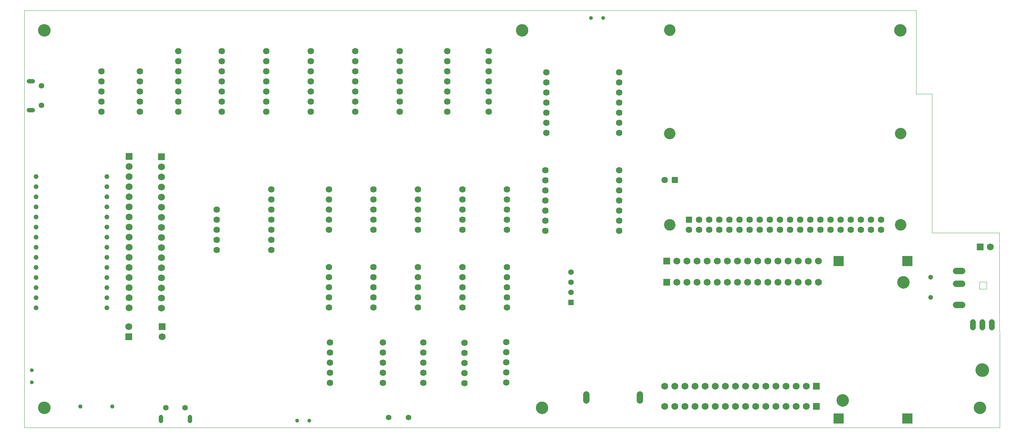
<source format=gbs>
G75*
%MOIN*%
%OFA0B0*%
%FSLAX25Y25*%
%IPPOS*%
%LPD*%
%AMOC8*
5,1,8,0,0,1.08239X$1,22.5*
%
%ADD10C,0.00000*%
%ADD11C,0.06400*%
%ADD12C,0.04762*%
%ADD13C,0.00100*%
%ADD14C,0.03943*%
%ADD15R,0.06900X0.06900*%
%ADD16C,0.06900*%
%ADD17C,0.11227*%
%ADD18R,0.06400X0.06400*%
%ADD19C,0.06400*%
%ADD20C,0.05600*%
%ADD21C,0.13400*%
%ADD22C,0.04400*%
%ADD23C,0.05550*%
%ADD24R,0.05550X0.05550*%
%ADD25R,0.10243X0.10243*%
%ADD26C,0.12211*%
%ADD27C,0.03600*%
D10*
X0011835Y0013500D02*
X0011835Y0426886D01*
X0893724Y0426886D01*
X0893724Y0344209D01*
X0909472Y0344209D01*
X0909472Y0206413D01*
X0975921Y0206413D01*
X0976402Y0013500D01*
X0011835Y0013500D01*
X0025614Y0033185D02*
X0025616Y0033338D01*
X0025622Y0033492D01*
X0025632Y0033645D01*
X0025646Y0033797D01*
X0025664Y0033950D01*
X0025686Y0034101D01*
X0025711Y0034252D01*
X0025741Y0034403D01*
X0025775Y0034553D01*
X0025812Y0034701D01*
X0025853Y0034849D01*
X0025898Y0034995D01*
X0025947Y0035141D01*
X0026000Y0035285D01*
X0026056Y0035427D01*
X0026116Y0035568D01*
X0026180Y0035708D01*
X0026247Y0035846D01*
X0026318Y0035982D01*
X0026393Y0036116D01*
X0026470Y0036248D01*
X0026552Y0036378D01*
X0026636Y0036506D01*
X0026724Y0036632D01*
X0026815Y0036755D01*
X0026909Y0036876D01*
X0027007Y0036994D01*
X0027107Y0037110D01*
X0027211Y0037223D01*
X0027317Y0037334D01*
X0027426Y0037442D01*
X0027538Y0037547D01*
X0027652Y0037648D01*
X0027770Y0037747D01*
X0027889Y0037843D01*
X0028011Y0037936D01*
X0028136Y0038025D01*
X0028263Y0038112D01*
X0028392Y0038194D01*
X0028523Y0038274D01*
X0028656Y0038350D01*
X0028791Y0038423D01*
X0028928Y0038492D01*
X0029067Y0038557D01*
X0029207Y0038619D01*
X0029349Y0038677D01*
X0029492Y0038732D01*
X0029637Y0038783D01*
X0029783Y0038830D01*
X0029930Y0038873D01*
X0030078Y0038912D01*
X0030227Y0038948D01*
X0030377Y0038979D01*
X0030528Y0039007D01*
X0030679Y0039031D01*
X0030832Y0039051D01*
X0030984Y0039067D01*
X0031137Y0039079D01*
X0031290Y0039087D01*
X0031443Y0039091D01*
X0031597Y0039091D01*
X0031750Y0039087D01*
X0031903Y0039079D01*
X0032056Y0039067D01*
X0032208Y0039051D01*
X0032361Y0039031D01*
X0032512Y0039007D01*
X0032663Y0038979D01*
X0032813Y0038948D01*
X0032962Y0038912D01*
X0033110Y0038873D01*
X0033257Y0038830D01*
X0033403Y0038783D01*
X0033548Y0038732D01*
X0033691Y0038677D01*
X0033833Y0038619D01*
X0033973Y0038557D01*
X0034112Y0038492D01*
X0034249Y0038423D01*
X0034384Y0038350D01*
X0034517Y0038274D01*
X0034648Y0038194D01*
X0034777Y0038112D01*
X0034904Y0038025D01*
X0035029Y0037936D01*
X0035151Y0037843D01*
X0035270Y0037747D01*
X0035388Y0037648D01*
X0035502Y0037547D01*
X0035614Y0037442D01*
X0035723Y0037334D01*
X0035829Y0037223D01*
X0035933Y0037110D01*
X0036033Y0036994D01*
X0036131Y0036876D01*
X0036225Y0036755D01*
X0036316Y0036632D01*
X0036404Y0036506D01*
X0036488Y0036378D01*
X0036570Y0036248D01*
X0036647Y0036116D01*
X0036722Y0035982D01*
X0036793Y0035846D01*
X0036860Y0035708D01*
X0036924Y0035568D01*
X0036984Y0035427D01*
X0037040Y0035285D01*
X0037093Y0035141D01*
X0037142Y0034995D01*
X0037187Y0034849D01*
X0037228Y0034701D01*
X0037265Y0034553D01*
X0037299Y0034403D01*
X0037329Y0034252D01*
X0037354Y0034101D01*
X0037376Y0033950D01*
X0037394Y0033797D01*
X0037408Y0033645D01*
X0037418Y0033492D01*
X0037424Y0033338D01*
X0037426Y0033185D01*
X0037424Y0033032D01*
X0037418Y0032878D01*
X0037408Y0032725D01*
X0037394Y0032573D01*
X0037376Y0032420D01*
X0037354Y0032269D01*
X0037329Y0032118D01*
X0037299Y0031967D01*
X0037265Y0031817D01*
X0037228Y0031669D01*
X0037187Y0031521D01*
X0037142Y0031375D01*
X0037093Y0031229D01*
X0037040Y0031085D01*
X0036984Y0030943D01*
X0036924Y0030802D01*
X0036860Y0030662D01*
X0036793Y0030524D01*
X0036722Y0030388D01*
X0036647Y0030254D01*
X0036570Y0030122D01*
X0036488Y0029992D01*
X0036404Y0029864D01*
X0036316Y0029738D01*
X0036225Y0029615D01*
X0036131Y0029494D01*
X0036033Y0029376D01*
X0035933Y0029260D01*
X0035829Y0029147D01*
X0035723Y0029036D01*
X0035614Y0028928D01*
X0035502Y0028823D01*
X0035388Y0028722D01*
X0035270Y0028623D01*
X0035151Y0028527D01*
X0035029Y0028434D01*
X0034904Y0028345D01*
X0034777Y0028258D01*
X0034648Y0028176D01*
X0034517Y0028096D01*
X0034384Y0028020D01*
X0034249Y0027947D01*
X0034112Y0027878D01*
X0033973Y0027813D01*
X0033833Y0027751D01*
X0033691Y0027693D01*
X0033548Y0027638D01*
X0033403Y0027587D01*
X0033257Y0027540D01*
X0033110Y0027497D01*
X0032962Y0027458D01*
X0032813Y0027422D01*
X0032663Y0027391D01*
X0032512Y0027363D01*
X0032361Y0027339D01*
X0032208Y0027319D01*
X0032056Y0027303D01*
X0031903Y0027291D01*
X0031750Y0027283D01*
X0031597Y0027279D01*
X0031443Y0027279D01*
X0031290Y0027283D01*
X0031137Y0027291D01*
X0030984Y0027303D01*
X0030832Y0027319D01*
X0030679Y0027339D01*
X0030528Y0027363D01*
X0030377Y0027391D01*
X0030227Y0027422D01*
X0030078Y0027458D01*
X0029930Y0027497D01*
X0029783Y0027540D01*
X0029637Y0027587D01*
X0029492Y0027638D01*
X0029349Y0027693D01*
X0029207Y0027751D01*
X0029067Y0027813D01*
X0028928Y0027878D01*
X0028791Y0027947D01*
X0028656Y0028020D01*
X0028523Y0028096D01*
X0028392Y0028176D01*
X0028263Y0028258D01*
X0028136Y0028345D01*
X0028011Y0028434D01*
X0027889Y0028527D01*
X0027770Y0028623D01*
X0027652Y0028722D01*
X0027538Y0028823D01*
X0027426Y0028928D01*
X0027317Y0029036D01*
X0027211Y0029147D01*
X0027107Y0029260D01*
X0027007Y0029376D01*
X0026909Y0029494D01*
X0026815Y0029615D01*
X0026724Y0029738D01*
X0026636Y0029864D01*
X0026552Y0029992D01*
X0026470Y0030122D01*
X0026393Y0030254D01*
X0026318Y0030388D01*
X0026247Y0030524D01*
X0026180Y0030662D01*
X0026116Y0030802D01*
X0026056Y0030943D01*
X0026000Y0031085D01*
X0025947Y0031229D01*
X0025898Y0031375D01*
X0025853Y0031521D01*
X0025812Y0031669D01*
X0025775Y0031817D01*
X0025741Y0031967D01*
X0025711Y0032118D01*
X0025686Y0032269D01*
X0025664Y0032420D01*
X0025646Y0032573D01*
X0025632Y0032725D01*
X0025622Y0032878D01*
X0025616Y0033032D01*
X0025614Y0033185D01*
X0065334Y0034472D02*
X0065336Y0034556D01*
X0065342Y0034639D01*
X0065352Y0034722D01*
X0065366Y0034805D01*
X0065383Y0034887D01*
X0065405Y0034968D01*
X0065430Y0035047D01*
X0065459Y0035126D01*
X0065492Y0035203D01*
X0065528Y0035278D01*
X0065568Y0035352D01*
X0065611Y0035424D01*
X0065658Y0035493D01*
X0065708Y0035560D01*
X0065761Y0035625D01*
X0065817Y0035687D01*
X0065875Y0035747D01*
X0065937Y0035804D01*
X0066001Y0035857D01*
X0066068Y0035908D01*
X0066137Y0035955D01*
X0066208Y0036000D01*
X0066281Y0036040D01*
X0066356Y0036077D01*
X0066433Y0036111D01*
X0066511Y0036141D01*
X0066590Y0036167D01*
X0066671Y0036190D01*
X0066753Y0036208D01*
X0066835Y0036223D01*
X0066918Y0036234D01*
X0067001Y0036241D01*
X0067085Y0036244D01*
X0067169Y0036243D01*
X0067252Y0036238D01*
X0067336Y0036229D01*
X0067418Y0036216D01*
X0067500Y0036200D01*
X0067581Y0036179D01*
X0067662Y0036155D01*
X0067740Y0036127D01*
X0067818Y0036095D01*
X0067894Y0036059D01*
X0067968Y0036020D01*
X0068040Y0035978D01*
X0068110Y0035932D01*
X0068178Y0035883D01*
X0068243Y0035831D01*
X0068306Y0035776D01*
X0068366Y0035718D01*
X0068424Y0035657D01*
X0068478Y0035593D01*
X0068530Y0035527D01*
X0068578Y0035459D01*
X0068623Y0035388D01*
X0068664Y0035315D01*
X0068703Y0035241D01*
X0068737Y0035165D01*
X0068768Y0035087D01*
X0068795Y0035008D01*
X0068819Y0034927D01*
X0068838Y0034846D01*
X0068854Y0034764D01*
X0068866Y0034681D01*
X0068874Y0034597D01*
X0068878Y0034514D01*
X0068878Y0034430D01*
X0068874Y0034347D01*
X0068866Y0034263D01*
X0068854Y0034180D01*
X0068838Y0034098D01*
X0068819Y0034017D01*
X0068795Y0033936D01*
X0068768Y0033857D01*
X0068737Y0033779D01*
X0068703Y0033703D01*
X0068664Y0033629D01*
X0068623Y0033556D01*
X0068578Y0033485D01*
X0068530Y0033417D01*
X0068478Y0033351D01*
X0068424Y0033287D01*
X0068366Y0033226D01*
X0068306Y0033168D01*
X0068243Y0033113D01*
X0068178Y0033061D01*
X0068110Y0033012D01*
X0068040Y0032966D01*
X0067968Y0032924D01*
X0067894Y0032885D01*
X0067818Y0032849D01*
X0067740Y0032817D01*
X0067662Y0032789D01*
X0067581Y0032765D01*
X0067500Y0032744D01*
X0067418Y0032728D01*
X0067336Y0032715D01*
X0067252Y0032706D01*
X0067169Y0032701D01*
X0067085Y0032700D01*
X0067001Y0032703D01*
X0066918Y0032710D01*
X0066835Y0032721D01*
X0066753Y0032736D01*
X0066671Y0032754D01*
X0066590Y0032777D01*
X0066511Y0032803D01*
X0066433Y0032833D01*
X0066356Y0032867D01*
X0066281Y0032904D01*
X0066208Y0032944D01*
X0066137Y0032989D01*
X0066068Y0033036D01*
X0066001Y0033087D01*
X0065937Y0033140D01*
X0065875Y0033197D01*
X0065817Y0033257D01*
X0065761Y0033319D01*
X0065708Y0033384D01*
X0065658Y0033451D01*
X0065611Y0033520D01*
X0065568Y0033592D01*
X0065528Y0033666D01*
X0065492Y0033741D01*
X0065459Y0033818D01*
X0065430Y0033897D01*
X0065405Y0033976D01*
X0065383Y0034057D01*
X0065366Y0034139D01*
X0065352Y0034222D01*
X0065342Y0034305D01*
X0065336Y0034388D01*
X0065334Y0034472D01*
X0096830Y0034472D02*
X0096832Y0034556D01*
X0096838Y0034639D01*
X0096848Y0034722D01*
X0096862Y0034805D01*
X0096879Y0034887D01*
X0096901Y0034968D01*
X0096926Y0035047D01*
X0096955Y0035126D01*
X0096988Y0035203D01*
X0097024Y0035278D01*
X0097064Y0035352D01*
X0097107Y0035424D01*
X0097154Y0035493D01*
X0097204Y0035560D01*
X0097257Y0035625D01*
X0097313Y0035687D01*
X0097371Y0035747D01*
X0097433Y0035804D01*
X0097497Y0035857D01*
X0097564Y0035908D01*
X0097633Y0035955D01*
X0097704Y0036000D01*
X0097777Y0036040D01*
X0097852Y0036077D01*
X0097929Y0036111D01*
X0098007Y0036141D01*
X0098086Y0036167D01*
X0098167Y0036190D01*
X0098249Y0036208D01*
X0098331Y0036223D01*
X0098414Y0036234D01*
X0098497Y0036241D01*
X0098581Y0036244D01*
X0098665Y0036243D01*
X0098748Y0036238D01*
X0098832Y0036229D01*
X0098914Y0036216D01*
X0098996Y0036200D01*
X0099077Y0036179D01*
X0099158Y0036155D01*
X0099236Y0036127D01*
X0099314Y0036095D01*
X0099390Y0036059D01*
X0099464Y0036020D01*
X0099536Y0035978D01*
X0099606Y0035932D01*
X0099674Y0035883D01*
X0099739Y0035831D01*
X0099802Y0035776D01*
X0099862Y0035718D01*
X0099920Y0035657D01*
X0099974Y0035593D01*
X0100026Y0035527D01*
X0100074Y0035459D01*
X0100119Y0035388D01*
X0100160Y0035315D01*
X0100199Y0035241D01*
X0100233Y0035165D01*
X0100264Y0035087D01*
X0100291Y0035008D01*
X0100315Y0034927D01*
X0100334Y0034846D01*
X0100350Y0034764D01*
X0100362Y0034681D01*
X0100370Y0034597D01*
X0100374Y0034514D01*
X0100374Y0034430D01*
X0100370Y0034347D01*
X0100362Y0034263D01*
X0100350Y0034180D01*
X0100334Y0034098D01*
X0100315Y0034017D01*
X0100291Y0033936D01*
X0100264Y0033857D01*
X0100233Y0033779D01*
X0100199Y0033703D01*
X0100160Y0033629D01*
X0100119Y0033556D01*
X0100074Y0033485D01*
X0100026Y0033417D01*
X0099974Y0033351D01*
X0099920Y0033287D01*
X0099862Y0033226D01*
X0099802Y0033168D01*
X0099739Y0033113D01*
X0099674Y0033061D01*
X0099606Y0033012D01*
X0099536Y0032966D01*
X0099464Y0032924D01*
X0099390Y0032885D01*
X0099314Y0032849D01*
X0099236Y0032817D01*
X0099158Y0032789D01*
X0099077Y0032765D01*
X0098996Y0032744D01*
X0098914Y0032728D01*
X0098832Y0032715D01*
X0098748Y0032706D01*
X0098665Y0032701D01*
X0098581Y0032700D01*
X0098497Y0032703D01*
X0098414Y0032710D01*
X0098331Y0032721D01*
X0098249Y0032736D01*
X0098167Y0032754D01*
X0098086Y0032777D01*
X0098007Y0032803D01*
X0097929Y0032833D01*
X0097852Y0032867D01*
X0097777Y0032904D01*
X0097704Y0032944D01*
X0097633Y0032989D01*
X0097564Y0033036D01*
X0097497Y0033087D01*
X0097433Y0033140D01*
X0097371Y0033197D01*
X0097313Y0033257D01*
X0097257Y0033319D01*
X0097204Y0033384D01*
X0097154Y0033451D01*
X0097107Y0033520D01*
X0097064Y0033592D01*
X0097024Y0033666D01*
X0096988Y0033741D01*
X0096955Y0033818D01*
X0096926Y0033897D01*
X0096901Y0033976D01*
X0096879Y0034057D01*
X0096862Y0034139D01*
X0096848Y0034222D01*
X0096838Y0034305D01*
X0096832Y0034388D01*
X0096830Y0034472D01*
X0017400Y0058500D02*
X0017402Y0058580D01*
X0017408Y0058659D01*
X0017418Y0058738D01*
X0017432Y0058817D01*
X0017449Y0058895D01*
X0017471Y0058972D01*
X0017496Y0059047D01*
X0017526Y0059121D01*
X0017558Y0059194D01*
X0017595Y0059265D01*
X0017635Y0059334D01*
X0017678Y0059401D01*
X0017725Y0059466D01*
X0017774Y0059528D01*
X0017827Y0059588D01*
X0017883Y0059645D01*
X0017941Y0059700D01*
X0018002Y0059751D01*
X0018066Y0059799D01*
X0018132Y0059844D01*
X0018200Y0059886D01*
X0018270Y0059924D01*
X0018342Y0059958D01*
X0018415Y0059989D01*
X0018490Y0060017D01*
X0018567Y0060040D01*
X0018644Y0060060D01*
X0018722Y0060076D01*
X0018801Y0060088D01*
X0018880Y0060096D01*
X0018960Y0060100D01*
X0019040Y0060100D01*
X0019120Y0060096D01*
X0019199Y0060088D01*
X0019278Y0060076D01*
X0019356Y0060060D01*
X0019433Y0060040D01*
X0019510Y0060017D01*
X0019585Y0059989D01*
X0019658Y0059958D01*
X0019730Y0059924D01*
X0019800Y0059886D01*
X0019868Y0059844D01*
X0019934Y0059799D01*
X0019998Y0059751D01*
X0020059Y0059700D01*
X0020117Y0059645D01*
X0020173Y0059588D01*
X0020226Y0059528D01*
X0020275Y0059466D01*
X0020322Y0059401D01*
X0020365Y0059334D01*
X0020405Y0059265D01*
X0020442Y0059194D01*
X0020474Y0059121D01*
X0020504Y0059047D01*
X0020529Y0058972D01*
X0020551Y0058895D01*
X0020568Y0058817D01*
X0020582Y0058738D01*
X0020592Y0058659D01*
X0020598Y0058580D01*
X0020600Y0058500D01*
X0020598Y0058420D01*
X0020592Y0058341D01*
X0020582Y0058262D01*
X0020568Y0058183D01*
X0020551Y0058105D01*
X0020529Y0058028D01*
X0020504Y0057953D01*
X0020474Y0057879D01*
X0020442Y0057806D01*
X0020405Y0057735D01*
X0020365Y0057666D01*
X0020322Y0057599D01*
X0020275Y0057534D01*
X0020226Y0057472D01*
X0020173Y0057412D01*
X0020117Y0057355D01*
X0020059Y0057300D01*
X0019998Y0057249D01*
X0019934Y0057201D01*
X0019868Y0057156D01*
X0019800Y0057114D01*
X0019730Y0057076D01*
X0019658Y0057042D01*
X0019585Y0057011D01*
X0019510Y0056983D01*
X0019433Y0056960D01*
X0019356Y0056940D01*
X0019278Y0056924D01*
X0019199Y0056912D01*
X0019120Y0056904D01*
X0019040Y0056900D01*
X0018960Y0056900D01*
X0018880Y0056904D01*
X0018801Y0056912D01*
X0018722Y0056924D01*
X0018644Y0056940D01*
X0018567Y0056960D01*
X0018490Y0056983D01*
X0018415Y0057011D01*
X0018342Y0057042D01*
X0018270Y0057076D01*
X0018200Y0057114D01*
X0018132Y0057156D01*
X0018066Y0057201D01*
X0018002Y0057249D01*
X0017941Y0057300D01*
X0017883Y0057355D01*
X0017827Y0057412D01*
X0017774Y0057472D01*
X0017725Y0057534D01*
X0017678Y0057599D01*
X0017635Y0057666D01*
X0017595Y0057735D01*
X0017558Y0057806D01*
X0017526Y0057879D01*
X0017496Y0057953D01*
X0017471Y0058028D01*
X0017449Y0058105D01*
X0017432Y0058183D01*
X0017418Y0058262D01*
X0017408Y0058341D01*
X0017402Y0058420D01*
X0017400Y0058500D01*
X0017400Y0070500D02*
X0017402Y0070580D01*
X0017408Y0070659D01*
X0017418Y0070738D01*
X0017432Y0070817D01*
X0017449Y0070895D01*
X0017471Y0070972D01*
X0017496Y0071047D01*
X0017526Y0071121D01*
X0017558Y0071194D01*
X0017595Y0071265D01*
X0017635Y0071334D01*
X0017678Y0071401D01*
X0017725Y0071466D01*
X0017774Y0071528D01*
X0017827Y0071588D01*
X0017883Y0071645D01*
X0017941Y0071700D01*
X0018002Y0071751D01*
X0018066Y0071799D01*
X0018132Y0071844D01*
X0018200Y0071886D01*
X0018270Y0071924D01*
X0018342Y0071958D01*
X0018415Y0071989D01*
X0018490Y0072017D01*
X0018567Y0072040D01*
X0018644Y0072060D01*
X0018722Y0072076D01*
X0018801Y0072088D01*
X0018880Y0072096D01*
X0018960Y0072100D01*
X0019040Y0072100D01*
X0019120Y0072096D01*
X0019199Y0072088D01*
X0019278Y0072076D01*
X0019356Y0072060D01*
X0019433Y0072040D01*
X0019510Y0072017D01*
X0019585Y0071989D01*
X0019658Y0071958D01*
X0019730Y0071924D01*
X0019800Y0071886D01*
X0019868Y0071844D01*
X0019934Y0071799D01*
X0019998Y0071751D01*
X0020059Y0071700D01*
X0020117Y0071645D01*
X0020173Y0071588D01*
X0020226Y0071528D01*
X0020275Y0071466D01*
X0020322Y0071401D01*
X0020365Y0071334D01*
X0020405Y0071265D01*
X0020442Y0071194D01*
X0020474Y0071121D01*
X0020504Y0071047D01*
X0020529Y0070972D01*
X0020551Y0070895D01*
X0020568Y0070817D01*
X0020582Y0070738D01*
X0020592Y0070659D01*
X0020598Y0070580D01*
X0020600Y0070500D01*
X0020598Y0070420D01*
X0020592Y0070341D01*
X0020582Y0070262D01*
X0020568Y0070183D01*
X0020551Y0070105D01*
X0020529Y0070028D01*
X0020504Y0069953D01*
X0020474Y0069879D01*
X0020442Y0069806D01*
X0020405Y0069735D01*
X0020365Y0069666D01*
X0020322Y0069599D01*
X0020275Y0069534D01*
X0020226Y0069472D01*
X0020173Y0069412D01*
X0020117Y0069355D01*
X0020059Y0069300D01*
X0019998Y0069249D01*
X0019934Y0069201D01*
X0019868Y0069156D01*
X0019800Y0069114D01*
X0019730Y0069076D01*
X0019658Y0069042D01*
X0019585Y0069011D01*
X0019510Y0068983D01*
X0019433Y0068960D01*
X0019356Y0068940D01*
X0019278Y0068924D01*
X0019199Y0068912D01*
X0019120Y0068904D01*
X0019040Y0068900D01*
X0018960Y0068900D01*
X0018880Y0068904D01*
X0018801Y0068912D01*
X0018722Y0068924D01*
X0018644Y0068940D01*
X0018567Y0068960D01*
X0018490Y0068983D01*
X0018415Y0069011D01*
X0018342Y0069042D01*
X0018270Y0069076D01*
X0018200Y0069114D01*
X0018132Y0069156D01*
X0018066Y0069201D01*
X0018002Y0069249D01*
X0017941Y0069300D01*
X0017883Y0069355D01*
X0017827Y0069412D01*
X0017774Y0069472D01*
X0017725Y0069534D01*
X0017678Y0069599D01*
X0017635Y0069666D01*
X0017595Y0069735D01*
X0017558Y0069806D01*
X0017526Y0069879D01*
X0017496Y0069953D01*
X0017471Y0070028D01*
X0017449Y0070105D01*
X0017432Y0070183D01*
X0017418Y0070262D01*
X0017408Y0070341D01*
X0017402Y0070420D01*
X0017400Y0070500D01*
X0279800Y0020500D02*
X0279802Y0020580D01*
X0279808Y0020659D01*
X0279818Y0020738D01*
X0279832Y0020817D01*
X0279849Y0020895D01*
X0279871Y0020972D01*
X0279896Y0021047D01*
X0279926Y0021121D01*
X0279958Y0021194D01*
X0279995Y0021265D01*
X0280035Y0021334D01*
X0280078Y0021401D01*
X0280125Y0021466D01*
X0280174Y0021528D01*
X0280227Y0021588D01*
X0280283Y0021645D01*
X0280341Y0021700D01*
X0280402Y0021751D01*
X0280466Y0021799D01*
X0280532Y0021844D01*
X0280600Y0021886D01*
X0280670Y0021924D01*
X0280742Y0021958D01*
X0280815Y0021989D01*
X0280890Y0022017D01*
X0280967Y0022040D01*
X0281044Y0022060D01*
X0281122Y0022076D01*
X0281201Y0022088D01*
X0281280Y0022096D01*
X0281360Y0022100D01*
X0281440Y0022100D01*
X0281520Y0022096D01*
X0281599Y0022088D01*
X0281678Y0022076D01*
X0281756Y0022060D01*
X0281833Y0022040D01*
X0281910Y0022017D01*
X0281985Y0021989D01*
X0282058Y0021958D01*
X0282130Y0021924D01*
X0282200Y0021886D01*
X0282268Y0021844D01*
X0282334Y0021799D01*
X0282398Y0021751D01*
X0282459Y0021700D01*
X0282517Y0021645D01*
X0282573Y0021588D01*
X0282626Y0021528D01*
X0282675Y0021466D01*
X0282722Y0021401D01*
X0282765Y0021334D01*
X0282805Y0021265D01*
X0282842Y0021194D01*
X0282874Y0021121D01*
X0282904Y0021047D01*
X0282929Y0020972D01*
X0282951Y0020895D01*
X0282968Y0020817D01*
X0282982Y0020738D01*
X0282992Y0020659D01*
X0282998Y0020580D01*
X0283000Y0020500D01*
X0282998Y0020420D01*
X0282992Y0020341D01*
X0282982Y0020262D01*
X0282968Y0020183D01*
X0282951Y0020105D01*
X0282929Y0020028D01*
X0282904Y0019953D01*
X0282874Y0019879D01*
X0282842Y0019806D01*
X0282805Y0019735D01*
X0282765Y0019666D01*
X0282722Y0019599D01*
X0282675Y0019534D01*
X0282626Y0019472D01*
X0282573Y0019412D01*
X0282517Y0019355D01*
X0282459Y0019300D01*
X0282398Y0019249D01*
X0282334Y0019201D01*
X0282268Y0019156D01*
X0282200Y0019114D01*
X0282130Y0019076D01*
X0282058Y0019042D01*
X0281985Y0019011D01*
X0281910Y0018983D01*
X0281833Y0018960D01*
X0281756Y0018940D01*
X0281678Y0018924D01*
X0281599Y0018912D01*
X0281520Y0018904D01*
X0281440Y0018900D01*
X0281360Y0018900D01*
X0281280Y0018904D01*
X0281201Y0018912D01*
X0281122Y0018924D01*
X0281044Y0018940D01*
X0280967Y0018960D01*
X0280890Y0018983D01*
X0280815Y0019011D01*
X0280742Y0019042D01*
X0280670Y0019076D01*
X0280600Y0019114D01*
X0280532Y0019156D01*
X0280466Y0019201D01*
X0280402Y0019249D01*
X0280341Y0019300D01*
X0280283Y0019355D01*
X0280227Y0019412D01*
X0280174Y0019472D01*
X0280125Y0019534D01*
X0280078Y0019599D01*
X0280035Y0019666D01*
X0279995Y0019735D01*
X0279958Y0019806D01*
X0279926Y0019879D01*
X0279896Y0019953D01*
X0279871Y0020028D01*
X0279849Y0020105D01*
X0279832Y0020183D01*
X0279818Y0020262D01*
X0279808Y0020341D01*
X0279802Y0020420D01*
X0279800Y0020500D01*
X0291800Y0020500D02*
X0291802Y0020580D01*
X0291808Y0020659D01*
X0291818Y0020738D01*
X0291832Y0020817D01*
X0291849Y0020895D01*
X0291871Y0020972D01*
X0291896Y0021047D01*
X0291926Y0021121D01*
X0291958Y0021194D01*
X0291995Y0021265D01*
X0292035Y0021334D01*
X0292078Y0021401D01*
X0292125Y0021466D01*
X0292174Y0021528D01*
X0292227Y0021588D01*
X0292283Y0021645D01*
X0292341Y0021700D01*
X0292402Y0021751D01*
X0292466Y0021799D01*
X0292532Y0021844D01*
X0292600Y0021886D01*
X0292670Y0021924D01*
X0292742Y0021958D01*
X0292815Y0021989D01*
X0292890Y0022017D01*
X0292967Y0022040D01*
X0293044Y0022060D01*
X0293122Y0022076D01*
X0293201Y0022088D01*
X0293280Y0022096D01*
X0293360Y0022100D01*
X0293440Y0022100D01*
X0293520Y0022096D01*
X0293599Y0022088D01*
X0293678Y0022076D01*
X0293756Y0022060D01*
X0293833Y0022040D01*
X0293910Y0022017D01*
X0293985Y0021989D01*
X0294058Y0021958D01*
X0294130Y0021924D01*
X0294200Y0021886D01*
X0294268Y0021844D01*
X0294334Y0021799D01*
X0294398Y0021751D01*
X0294459Y0021700D01*
X0294517Y0021645D01*
X0294573Y0021588D01*
X0294626Y0021528D01*
X0294675Y0021466D01*
X0294722Y0021401D01*
X0294765Y0021334D01*
X0294805Y0021265D01*
X0294842Y0021194D01*
X0294874Y0021121D01*
X0294904Y0021047D01*
X0294929Y0020972D01*
X0294951Y0020895D01*
X0294968Y0020817D01*
X0294982Y0020738D01*
X0294992Y0020659D01*
X0294998Y0020580D01*
X0295000Y0020500D01*
X0294998Y0020420D01*
X0294992Y0020341D01*
X0294982Y0020262D01*
X0294968Y0020183D01*
X0294951Y0020105D01*
X0294929Y0020028D01*
X0294904Y0019953D01*
X0294874Y0019879D01*
X0294842Y0019806D01*
X0294805Y0019735D01*
X0294765Y0019666D01*
X0294722Y0019599D01*
X0294675Y0019534D01*
X0294626Y0019472D01*
X0294573Y0019412D01*
X0294517Y0019355D01*
X0294459Y0019300D01*
X0294398Y0019249D01*
X0294334Y0019201D01*
X0294268Y0019156D01*
X0294200Y0019114D01*
X0294130Y0019076D01*
X0294058Y0019042D01*
X0293985Y0019011D01*
X0293910Y0018983D01*
X0293833Y0018960D01*
X0293756Y0018940D01*
X0293678Y0018924D01*
X0293599Y0018912D01*
X0293520Y0018904D01*
X0293440Y0018900D01*
X0293360Y0018900D01*
X0293280Y0018904D01*
X0293201Y0018912D01*
X0293122Y0018924D01*
X0293044Y0018940D01*
X0292967Y0018960D01*
X0292890Y0018983D01*
X0292815Y0019011D01*
X0292742Y0019042D01*
X0292670Y0019076D01*
X0292600Y0019114D01*
X0292532Y0019156D01*
X0292466Y0019201D01*
X0292402Y0019249D01*
X0292341Y0019300D01*
X0292283Y0019355D01*
X0292227Y0019412D01*
X0292174Y0019472D01*
X0292125Y0019534D01*
X0292078Y0019599D01*
X0292035Y0019666D01*
X0291995Y0019735D01*
X0291958Y0019806D01*
X0291926Y0019879D01*
X0291896Y0019953D01*
X0291871Y0020028D01*
X0291849Y0020105D01*
X0291832Y0020183D01*
X0291818Y0020262D01*
X0291808Y0020341D01*
X0291802Y0020420D01*
X0291800Y0020500D01*
X0517740Y0033185D02*
X0517742Y0033338D01*
X0517748Y0033492D01*
X0517758Y0033645D01*
X0517772Y0033797D01*
X0517790Y0033950D01*
X0517812Y0034101D01*
X0517837Y0034252D01*
X0517867Y0034403D01*
X0517901Y0034553D01*
X0517938Y0034701D01*
X0517979Y0034849D01*
X0518024Y0034995D01*
X0518073Y0035141D01*
X0518126Y0035285D01*
X0518182Y0035427D01*
X0518242Y0035568D01*
X0518306Y0035708D01*
X0518373Y0035846D01*
X0518444Y0035982D01*
X0518519Y0036116D01*
X0518596Y0036248D01*
X0518678Y0036378D01*
X0518762Y0036506D01*
X0518850Y0036632D01*
X0518941Y0036755D01*
X0519035Y0036876D01*
X0519133Y0036994D01*
X0519233Y0037110D01*
X0519337Y0037223D01*
X0519443Y0037334D01*
X0519552Y0037442D01*
X0519664Y0037547D01*
X0519778Y0037648D01*
X0519896Y0037747D01*
X0520015Y0037843D01*
X0520137Y0037936D01*
X0520262Y0038025D01*
X0520389Y0038112D01*
X0520518Y0038194D01*
X0520649Y0038274D01*
X0520782Y0038350D01*
X0520917Y0038423D01*
X0521054Y0038492D01*
X0521193Y0038557D01*
X0521333Y0038619D01*
X0521475Y0038677D01*
X0521618Y0038732D01*
X0521763Y0038783D01*
X0521909Y0038830D01*
X0522056Y0038873D01*
X0522204Y0038912D01*
X0522353Y0038948D01*
X0522503Y0038979D01*
X0522654Y0039007D01*
X0522805Y0039031D01*
X0522958Y0039051D01*
X0523110Y0039067D01*
X0523263Y0039079D01*
X0523416Y0039087D01*
X0523569Y0039091D01*
X0523723Y0039091D01*
X0523876Y0039087D01*
X0524029Y0039079D01*
X0524182Y0039067D01*
X0524334Y0039051D01*
X0524487Y0039031D01*
X0524638Y0039007D01*
X0524789Y0038979D01*
X0524939Y0038948D01*
X0525088Y0038912D01*
X0525236Y0038873D01*
X0525383Y0038830D01*
X0525529Y0038783D01*
X0525674Y0038732D01*
X0525817Y0038677D01*
X0525959Y0038619D01*
X0526099Y0038557D01*
X0526238Y0038492D01*
X0526375Y0038423D01*
X0526510Y0038350D01*
X0526643Y0038274D01*
X0526774Y0038194D01*
X0526903Y0038112D01*
X0527030Y0038025D01*
X0527155Y0037936D01*
X0527277Y0037843D01*
X0527396Y0037747D01*
X0527514Y0037648D01*
X0527628Y0037547D01*
X0527740Y0037442D01*
X0527849Y0037334D01*
X0527955Y0037223D01*
X0528059Y0037110D01*
X0528159Y0036994D01*
X0528257Y0036876D01*
X0528351Y0036755D01*
X0528442Y0036632D01*
X0528530Y0036506D01*
X0528614Y0036378D01*
X0528696Y0036248D01*
X0528773Y0036116D01*
X0528848Y0035982D01*
X0528919Y0035846D01*
X0528986Y0035708D01*
X0529050Y0035568D01*
X0529110Y0035427D01*
X0529166Y0035285D01*
X0529219Y0035141D01*
X0529268Y0034995D01*
X0529313Y0034849D01*
X0529354Y0034701D01*
X0529391Y0034553D01*
X0529425Y0034403D01*
X0529455Y0034252D01*
X0529480Y0034101D01*
X0529502Y0033950D01*
X0529520Y0033797D01*
X0529534Y0033645D01*
X0529544Y0033492D01*
X0529550Y0033338D01*
X0529552Y0033185D01*
X0529550Y0033032D01*
X0529544Y0032878D01*
X0529534Y0032725D01*
X0529520Y0032573D01*
X0529502Y0032420D01*
X0529480Y0032269D01*
X0529455Y0032118D01*
X0529425Y0031967D01*
X0529391Y0031817D01*
X0529354Y0031669D01*
X0529313Y0031521D01*
X0529268Y0031375D01*
X0529219Y0031229D01*
X0529166Y0031085D01*
X0529110Y0030943D01*
X0529050Y0030802D01*
X0528986Y0030662D01*
X0528919Y0030524D01*
X0528848Y0030388D01*
X0528773Y0030254D01*
X0528696Y0030122D01*
X0528614Y0029992D01*
X0528530Y0029864D01*
X0528442Y0029738D01*
X0528351Y0029615D01*
X0528257Y0029494D01*
X0528159Y0029376D01*
X0528059Y0029260D01*
X0527955Y0029147D01*
X0527849Y0029036D01*
X0527740Y0028928D01*
X0527628Y0028823D01*
X0527514Y0028722D01*
X0527396Y0028623D01*
X0527277Y0028527D01*
X0527155Y0028434D01*
X0527030Y0028345D01*
X0526903Y0028258D01*
X0526774Y0028176D01*
X0526643Y0028096D01*
X0526510Y0028020D01*
X0526375Y0027947D01*
X0526238Y0027878D01*
X0526099Y0027813D01*
X0525959Y0027751D01*
X0525817Y0027693D01*
X0525674Y0027638D01*
X0525529Y0027587D01*
X0525383Y0027540D01*
X0525236Y0027497D01*
X0525088Y0027458D01*
X0524939Y0027422D01*
X0524789Y0027391D01*
X0524638Y0027363D01*
X0524487Y0027339D01*
X0524334Y0027319D01*
X0524182Y0027303D01*
X0524029Y0027291D01*
X0523876Y0027283D01*
X0523723Y0027279D01*
X0523569Y0027279D01*
X0523416Y0027283D01*
X0523263Y0027291D01*
X0523110Y0027303D01*
X0522958Y0027319D01*
X0522805Y0027339D01*
X0522654Y0027363D01*
X0522503Y0027391D01*
X0522353Y0027422D01*
X0522204Y0027458D01*
X0522056Y0027497D01*
X0521909Y0027540D01*
X0521763Y0027587D01*
X0521618Y0027638D01*
X0521475Y0027693D01*
X0521333Y0027751D01*
X0521193Y0027813D01*
X0521054Y0027878D01*
X0520917Y0027947D01*
X0520782Y0028020D01*
X0520649Y0028096D01*
X0520518Y0028176D01*
X0520389Y0028258D01*
X0520262Y0028345D01*
X0520137Y0028434D01*
X0520015Y0028527D01*
X0519896Y0028623D01*
X0519778Y0028722D01*
X0519664Y0028823D01*
X0519552Y0028928D01*
X0519443Y0029036D01*
X0519337Y0029147D01*
X0519233Y0029260D01*
X0519133Y0029376D01*
X0519035Y0029494D01*
X0518941Y0029615D01*
X0518850Y0029738D01*
X0518762Y0029864D01*
X0518678Y0029992D01*
X0518596Y0030122D01*
X0518519Y0030254D01*
X0518444Y0030388D01*
X0518373Y0030524D01*
X0518306Y0030662D01*
X0518242Y0030802D01*
X0518182Y0030943D01*
X0518126Y0031085D01*
X0518073Y0031229D01*
X0518024Y0031375D01*
X0517979Y0031521D01*
X0517938Y0031669D01*
X0517901Y0031817D01*
X0517867Y0031967D01*
X0517837Y0032118D01*
X0517812Y0032269D01*
X0517790Y0032420D01*
X0517772Y0032573D01*
X0517758Y0032725D01*
X0517748Y0032878D01*
X0517742Y0033032D01*
X0517740Y0033185D01*
X0815094Y0040500D02*
X0815096Y0040653D01*
X0815102Y0040807D01*
X0815112Y0040960D01*
X0815126Y0041112D01*
X0815144Y0041265D01*
X0815166Y0041416D01*
X0815191Y0041567D01*
X0815221Y0041718D01*
X0815255Y0041868D01*
X0815292Y0042016D01*
X0815333Y0042164D01*
X0815378Y0042310D01*
X0815427Y0042456D01*
X0815480Y0042600D01*
X0815536Y0042742D01*
X0815596Y0042883D01*
X0815660Y0043023D01*
X0815727Y0043161D01*
X0815798Y0043297D01*
X0815873Y0043431D01*
X0815950Y0043563D01*
X0816032Y0043693D01*
X0816116Y0043821D01*
X0816204Y0043947D01*
X0816295Y0044070D01*
X0816389Y0044191D01*
X0816487Y0044309D01*
X0816587Y0044425D01*
X0816691Y0044538D01*
X0816797Y0044649D01*
X0816906Y0044757D01*
X0817018Y0044862D01*
X0817132Y0044963D01*
X0817250Y0045062D01*
X0817369Y0045158D01*
X0817491Y0045251D01*
X0817616Y0045340D01*
X0817743Y0045427D01*
X0817872Y0045509D01*
X0818003Y0045589D01*
X0818136Y0045665D01*
X0818271Y0045738D01*
X0818408Y0045807D01*
X0818547Y0045872D01*
X0818687Y0045934D01*
X0818829Y0045992D01*
X0818972Y0046047D01*
X0819117Y0046098D01*
X0819263Y0046145D01*
X0819410Y0046188D01*
X0819558Y0046227D01*
X0819707Y0046263D01*
X0819857Y0046294D01*
X0820008Y0046322D01*
X0820159Y0046346D01*
X0820312Y0046366D01*
X0820464Y0046382D01*
X0820617Y0046394D01*
X0820770Y0046402D01*
X0820923Y0046406D01*
X0821077Y0046406D01*
X0821230Y0046402D01*
X0821383Y0046394D01*
X0821536Y0046382D01*
X0821688Y0046366D01*
X0821841Y0046346D01*
X0821992Y0046322D01*
X0822143Y0046294D01*
X0822293Y0046263D01*
X0822442Y0046227D01*
X0822590Y0046188D01*
X0822737Y0046145D01*
X0822883Y0046098D01*
X0823028Y0046047D01*
X0823171Y0045992D01*
X0823313Y0045934D01*
X0823453Y0045872D01*
X0823592Y0045807D01*
X0823729Y0045738D01*
X0823864Y0045665D01*
X0823997Y0045589D01*
X0824128Y0045509D01*
X0824257Y0045427D01*
X0824384Y0045340D01*
X0824509Y0045251D01*
X0824631Y0045158D01*
X0824750Y0045062D01*
X0824868Y0044963D01*
X0824982Y0044862D01*
X0825094Y0044757D01*
X0825203Y0044649D01*
X0825309Y0044538D01*
X0825413Y0044425D01*
X0825513Y0044309D01*
X0825611Y0044191D01*
X0825705Y0044070D01*
X0825796Y0043947D01*
X0825884Y0043821D01*
X0825968Y0043693D01*
X0826050Y0043563D01*
X0826127Y0043431D01*
X0826202Y0043297D01*
X0826273Y0043161D01*
X0826340Y0043023D01*
X0826404Y0042883D01*
X0826464Y0042742D01*
X0826520Y0042600D01*
X0826573Y0042456D01*
X0826622Y0042310D01*
X0826667Y0042164D01*
X0826708Y0042016D01*
X0826745Y0041868D01*
X0826779Y0041718D01*
X0826809Y0041567D01*
X0826834Y0041416D01*
X0826856Y0041265D01*
X0826874Y0041112D01*
X0826888Y0040960D01*
X0826898Y0040807D01*
X0826904Y0040653D01*
X0826906Y0040500D01*
X0826904Y0040347D01*
X0826898Y0040193D01*
X0826888Y0040040D01*
X0826874Y0039888D01*
X0826856Y0039735D01*
X0826834Y0039584D01*
X0826809Y0039433D01*
X0826779Y0039282D01*
X0826745Y0039132D01*
X0826708Y0038984D01*
X0826667Y0038836D01*
X0826622Y0038690D01*
X0826573Y0038544D01*
X0826520Y0038400D01*
X0826464Y0038258D01*
X0826404Y0038117D01*
X0826340Y0037977D01*
X0826273Y0037839D01*
X0826202Y0037703D01*
X0826127Y0037569D01*
X0826050Y0037437D01*
X0825968Y0037307D01*
X0825884Y0037179D01*
X0825796Y0037053D01*
X0825705Y0036930D01*
X0825611Y0036809D01*
X0825513Y0036691D01*
X0825413Y0036575D01*
X0825309Y0036462D01*
X0825203Y0036351D01*
X0825094Y0036243D01*
X0824982Y0036138D01*
X0824868Y0036037D01*
X0824750Y0035938D01*
X0824631Y0035842D01*
X0824509Y0035749D01*
X0824384Y0035660D01*
X0824257Y0035573D01*
X0824128Y0035491D01*
X0823997Y0035411D01*
X0823864Y0035335D01*
X0823729Y0035262D01*
X0823592Y0035193D01*
X0823453Y0035128D01*
X0823313Y0035066D01*
X0823171Y0035008D01*
X0823028Y0034953D01*
X0822883Y0034902D01*
X0822737Y0034855D01*
X0822590Y0034812D01*
X0822442Y0034773D01*
X0822293Y0034737D01*
X0822143Y0034706D01*
X0821992Y0034678D01*
X0821841Y0034654D01*
X0821688Y0034634D01*
X0821536Y0034618D01*
X0821383Y0034606D01*
X0821230Y0034598D01*
X0821077Y0034594D01*
X0820923Y0034594D01*
X0820770Y0034598D01*
X0820617Y0034606D01*
X0820464Y0034618D01*
X0820312Y0034634D01*
X0820159Y0034654D01*
X0820008Y0034678D01*
X0819857Y0034706D01*
X0819707Y0034737D01*
X0819558Y0034773D01*
X0819410Y0034812D01*
X0819263Y0034855D01*
X0819117Y0034902D01*
X0818972Y0034953D01*
X0818829Y0035008D01*
X0818687Y0035066D01*
X0818547Y0035128D01*
X0818408Y0035193D01*
X0818271Y0035262D01*
X0818136Y0035335D01*
X0818003Y0035411D01*
X0817872Y0035491D01*
X0817743Y0035573D01*
X0817616Y0035660D01*
X0817491Y0035749D01*
X0817369Y0035842D01*
X0817250Y0035938D01*
X0817132Y0036037D01*
X0817018Y0036138D01*
X0816906Y0036243D01*
X0816797Y0036351D01*
X0816691Y0036462D01*
X0816587Y0036575D01*
X0816487Y0036691D01*
X0816389Y0036809D01*
X0816295Y0036930D01*
X0816204Y0037053D01*
X0816116Y0037179D01*
X0816032Y0037307D01*
X0815950Y0037437D01*
X0815873Y0037569D01*
X0815798Y0037703D01*
X0815727Y0037839D01*
X0815660Y0037977D01*
X0815596Y0038117D01*
X0815536Y0038258D01*
X0815480Y0038400D01*
X0815427Y0038544D01*
X0815378Y0038690D01*
X0815333Y0038836D01*
X0815292Y0038984D01*
X0815255Y0039132D01*
X0815221Y0039282D01*
X0815191Y0039433D01*
X0815166Y0039584D01*
X0815144Y0039735D01*
X0815126Y0039888D01*
X0815112Y0040040D01*
X0815102Y0040193D01*
X0815096Y0040347D01*
X0815094Y0040500D01*
X0950811Y0033185D02*
X0950813Y0033338D01*
X0950819Y0033492D01*
X0950829Y0033645D01*
X0950843Y0033797D01*
X0950861Y0033950D01*
X0950883Y0034101D01*
X0950908Y0034252D01*
X0950938Y0034403D01*
X0950972Y0034553D01*
X0951009Y0034701D01*
X0951050Y0034849D01*
X0951095Y0034995D01*
X0951144Y0035141D01*
X0951197Y0035285D01*
X0951253Y0035427D01*
X0951313Y0035568D01*
X0951377Y0035708D01*
X0951444Y0035846D01*
X0951515Y0035982D01*
X0951590Y0036116D01*
X0951667Y0036248D01*
X0951749Y0036378D01*
X0951833Y0036506D01*
X0951921Y0036632D01*
X0952012Y0036755D01*
X0952106Y0036876D01*
X0952204Y0036994D01*
X0952304Y0037110D01*
X0952408Y0037223D01*
X0952514Y0037334D01*
X0952623Y0037442D01*
X0952735Y0037547D01*
X0952849Y0037648D01*
X0952967Y0037747D01*
X0953086Y0037843D01*
X0953208Y0037936D01*
X0953333Y0038025D01*
X0953460Y0038112D01*
X0953589Y0038194D01*
X0953720Y0038274D01*
X0953853Y0038350D01*
X0953988Y0038423D01*
X0954125Y0038492D01*
X0954264Y0038557D01*
X0954404Y0038619D01*
X0954546Y0038677D01*
X0954689Y0038732D01*
X0954834Y0038783D01*
X0954980Y0038830D01*
X0955127Y0038873D01*
X0955275Y0038912D01*
X0955424Y0038948D01*
X0955574Y0038979D01*
X0955725Y0039007D01*
X0955876Y0039031D01*
X0956029Y0039051D01*
X0956181Y0039067D01*
X0956334Y0039079D01*
X0956487Y0039087D01*
X0956640Y0039091D01*
X0956794Y0039091D01*
X0956947Y0039087D01*
X0957100Y0039079D01*
X0957253Y0039067D01*
X0957405Y0039051D01*
X0957558Y0039031D01*
X0957709Y0039007D01*
X0957860Y0038979D01*
X0958010Y0038948D01*
X0958159Y0038912D01*
X0958307Y0038873D01*
X0958454Y0038830D01*
X0958600Y0038783D01*
X0958745Y0038732D01*
X0958888Y0038677D01*
X0959030Y0038619D01*
X0959170Y0038557D01*
X0959309Y0038492D01*
X0959446Y0038423D01*
X0959581Y0038350D01*
X0959714Y0038274D01*
X0959845Y0038194D01*
X0959974Y0038112D01*
X0960101Y0038025D01*
X0960226Y0037936D01*
X0960348Y0037843D01*
X0960467Y0037747D01*
X0960585Y0037648D01*
X0960699Y0037547D01*
X0960811Y0037442D01*
X0960920Y0037334D01*
X0961026Y0037223D01*
X0961130Y0037110D01*
X0961230Y0036994D01*
X0961328Y0036876D01*
X0961422Y0036755D01*
X0961513Y0036632D01*
X0961601Y0036506D01*
X0961685Y0036378D01*
X0961767Y0036248D01*
X0961844Y0036116D01*
X0961919Y0035982D01*
X0961990Y0035846D01*
X0962057Y0035708D01*
X0962121Y0035568D01*
X0962181Y0035427D01*
X0962237Y0035285D01*
X0962290Y0035141D01*
X0962339Y0034995D01*
X0962384Y0034849D01*
X0962425Y0034701D01*
X0962462Y0034553D01*
X0962496Y0034403D01*
X0962526Y0034252D01*
X0962551Y0034101D01*
X0962573Y0033950D01*
X0962591Y0033797D01*
X0962605Y0033645D01*
X0962615Y0033492D01*
X0962621Y0033338D01*
X0962623Y0033185D01*
X0962621Y0033032D01*
X0962615Y0032878D01*
X0962605Y0032725D01*
X0962591Y0032573D01*
X0962573Y0032420D01*
X0962551Y0032269D01*
X0962526Y0032118D01*
X0962496Y0031967D01*
X0962462Y0031817D01*
X0962425Y0031669D01*
X0962384Y0031521D01*
X0962339Y0031375D01*
X0962290Y0031229D01*
X0962237Y0031085D01*
X0962181Y0030943D01*
X0962121Y0030802D01*
X0962057Y0030662D01*
X0961990Y0030524D01*
X0961919Y0030388D01*
X0961844Y0030254D01*
X0961767Y0030122D01*
X0961685Y0029992D01*
X0961601Y0029864D01*
X0961513Y0029738D01*
X0961422Y0029615D01*
X0961328Y0029494D01*
X0961230Y0029376D01*
X0961130Y0029260D01*
X0961026Y0029147D01*
X0960920Y0029036D01*
X0960811Y0028928D01*
X0960699Y0028823D01*
X0960585Y0028722D01*
X0960467Y0028623D01*
X0960348Y0028527D01*
X0960226Y0028434D01*
X0960101Y0028345D01*
X0959974Y0028258D01*
X0959845Y0028176D01*
X0959714Y0028096D01*
X0959581Y0028020D01*
X0959446Y0027947D01*
X0959309Y0027878D01*
X0959170Y0027813D01*
X0959030Y0027751D01*
X0958888Y0027693D01*
X0958745Y0027638D01*
X0958600Y0027587D01*
X0958454Y0027540D01*
X0958307Y0027497D01*
X0958159Y0027458D01*
X0958010Y0027422D01*
X0957860Y0027391D01*
X0957709Y0027363D01*
X0957558Y0027339D01*
X0957405Y0027319D01*
X0957253Y0027303D01*
X0957100Y0027291D01*
X0956947Y0027283D01*
X0956794Y0027279D01*
X0956640Y0027279D01*
X0956487Y0027283D01*
X0956334Y0027291D01*
X0956181Y0027303D01*
X0956029Y0027319D01*
X0955876Y0027339D01*
X0955725Y0027363D01*
X0955574Y0027391D01*
X0955424Y0027422D01*
X0955275Y0027458D01*
X0955127Y0027497D01*
X0954980Y0027540D01*
X0954834Y0027587D01*
X0954689Y0027638D01*
X0954546Y0027693D01*
X0954404Y0027751D01*
X0954264Y0027813D01*
X0954125Y0027878D01*
X0953988Y0027947D01*
X0953853Y0028020D01*
X0953720Y0028096D01*
X0953589Y0028176D01*
X0953460Y0028258D01*
X0953333Y0028345D01*
X0953208Y0028434D01*
X0953086Y0028527D01*
X0952967Y0028623D01*
X0952849Y0028722D01*
X0952735Y0028823D01*
X0952623Y0028928D01*
X0952514Y0029036D01*
X0952408Y0029147D01*
X0952304Y0029260D01*
X0952204Y0029376D01*
X0952106Y0029494D01*
X0952012Y0029615D01*
X0951921Y0029738D01*
X0951833Y0029864D01*
X0951749Y0029992D01*
X0951667Y0030122D01*
X0951590Y0030254D01*
X0951515Y0030388D01*
X0951444Y0030524D01*
X0951377Y0030662D01*
X0951313Y0030802D01*
X0951253Y0030943D01*
X0951197Y0031085D01*
X0951144Y0031229D01*
X0951095Y0031375D01*
X0951050Y0031521D01*
X0951009Y0031669D01*
X0950972Y0031817D01*
X0950938Y0031967D01*
X0950908Y0032118D01*
X0950883Y0032269D01*
X0950861Y0032420D01*
X0950843Y0032573D01*
X0950829Y0032725D01*
X0950819Y0032878D01*
X0950813Y0033032D01*
X0950811Y0033185D01*
X0952500Y0070500D02*
X0952502Y0070661D01*
X0952508Y0070821D01*
X0952518Y0070982D01*
X0952532Y0071142D01*
X0952550Y0071302D01*
X0952571Y0071461D01*
X0952597Y0071620D01*
X0952627Y0071778D01*
X0952660Y0071935D01*
X0952698Y0072092D01*
X0952739Y0072247D01*
X0952784Y0072401D01*
X0952833Y0072554D01*
X0952886Y0072706D01*
X0952942Y0072857D01*
X0953003Y0073006D01*
X0953066Y0073154D01*
X0953134Y0073300D01*
X0953205Y0073444D01*
X0953279Y0073586D01*
X0953357Y0073727D01*
X0953439Y0073865D01*
X0953524Y0074002D01*
X0953612Y0074136D01*
X0953704Y0074268D01*
X0953799Y0074398D01*
X0953897Y0074526D01*
X0953998Y0074651D01*
X0954102Y0074773D01*
X0954209Y0074893D01*
X0954319Y0075010D01*
X0954432Y0075125D01*
X0954548Y0075236D01*
X0954667Y0075345D01*
X0954788Y0075450D01*
X0954912Y0075553D01*
X0955038Y0075653D01*
X0955166Y0075749D01*
X0955297Y0075842D01*
X0955431Y0075932D01*
X0955566Y0076019D01*
X0955704Y0076102D01*
X0955843Y0076182D01*
X0955985Y0076258D01*
X0956128Y0076331D01*
X0956273Y0076400D01*
X0956420Y0076466D01*
X0956568Y0076528D01*
X0956718Y0076586D01*
X0956869Y0076641D01*
X0957022Y0076692D01*
X0957176Y0076739D01*
X0957331Y0076782D01*
X0957487Y0076821D01*
X0957643Y0076857D01*
X0957801Y0076888D01*
X0957959Y0076916D01*
X0958118Y0076940D01*
X0958278Y0076960D01*
X0958438Y0076976D01*
X0958598Y0076988D01*
X0958759Y0076996D01*
X0958920Y0077000D01*
X0959080Y0077000D01*
X0959241Y0076996D01*
X0959402Y0076988D01*
X0959562Y0076976D01*
X0959722Y0076960D01*
X0959882Y0076940D01*
X0960041Y0076916D01*
X0960199Y0076888D01*
X0960357Y0076857D01*
X0960513Y0076821D01*
X0960669Y0076782D01*
X0960824Y0076739D01*
X0960978Y0076692D01*
X0961131Y0076641D01*
X0961282Y0076586D01*
X0961432Y0076528D01*
X0961580Y0076466D01*
X0961727Y0076400D01*
X0961872Y0076331D01*
X0962015Y0076258D01*
X0962157Y0076182D01*
X0962296Y0076102D01*
X0962434Y0076019D01*
X0962569Y0075932D01*
X0962703Y0075842D01*
X0962834Y0075749D01*
X0962962Y0075653D01*
X0963088Y0075553D01*
X0963212Y0075450D01*
X0963333Y0075345D01*
X0963452Y0075236D01*
X0963568Y0075125D01*
X0963681Y0075010D01*
X0963791Y0074893D01*
X0963898Y0074773D01*
X0964002Y0074651D01*
X0964103Y0074526D01*
X0964201Y0074398D01*
X0964296Y0074268D01*
X0964388Y0074136D01*
X0964476Y0074002D01*
X0964561Y0073865D01*
X0964643Y0073727D01*
X0964721Y0073586D01*
X0964795Y0073444D01*
X0964866Y0073300D01*
X0964934Y0073154D01*
X0964997Y0073006D01*
X0965058Y0072857D01*
X0965114Y0072706D01*
X0965167Y0072554D01*
X0965216Y0072401D01*
X0965261Y0072247D01*
X0965302Y0072092D01*
X0965340Y0071935D01*
X0965373Y0071778D01*
X0965403Y0071620D01*
X0965429Y0071461D01*
X0965450Y0071302D01*
X0965468Y0071142D01*
X0965482Y0070982D01*
X0965492Y0070821D01*
X0965498Y0070661D01*
X0965500Y0070500D01*
X0965498Y0070339D01*
X0965492Y0070179D01*
X0965482Y0070018D01*
X0965468Y0069858D01*
X0965450Y0069698D01*
X0965429Y0069539D01*
X0965403Y0069380D01*
X0965373Y0069222D01*
X0965340Y0069065D01*
X0965302Y0068908D01*
X0965261Y0068753D01*
X0965216Y0068599D01*
X0965167Y0068446D01*
X0965114Y0068294D01*
X0965058Y0068143D01*
X0964997Y0067994D01*
X0964934Y0067846D01*
X0964866Y0067700D01*
X0964795Y0067556D01*
X0964721Y0067414D01*
X0964643Y0067273D01*
X0964561Y0067135D01*
X0964476Y0066998D01*
X0964388Y0066864D01*
X0964296Y0066732D01*
X0964201Y0066602D01*
X0964103Y0066474D01*
X0964002Y0066349D01*
X0963898Y0066227D01*
X0963791Y0066107D01*
X0963681Y0065990D01*
X0963568Y0065875D01*
X0963452Y0065764D01*
X0963333Y0065655D01*
X0963212Y0065550D01*
X0963088Y0065447D01*
X0962962Y0065347D01*
X0962834Y0065251D01*
X0962703Y0065158D01*
X0962569Y0065068D01*
X0962434Y0064981D01*
X0962296Y0064898D01*
X0962157Y0064818D01*
X0962015Y0064742D01*
X0961872Y0064669D01*
X0961727Y0064600D01*
X0961580Y0064534D01*
X0961432Y0064472D01*
X0961282Y0064414D01*
X0961131Y0064359D01*
X0960978Y0064308D01*
X0960824Y0064261D01*
X0960669Y0064218D01*
X0960513Y0064179D01*
X0960357Y0064143D01*
X0960199Y0064112D01*
X0960041Y0064084D01*
X0959882Y0064060D01*
X0959722Y0064040D01*
X0959562Y0064024D01*
X0959402Y0064012D01*
X0959241Y0064004D01*
X0959080Y0064000D01*
X0958920Y0064000D01*
X0958759Y0064004D01*
X0958598Y0064012D01*
X0958438Y0064024D01*
X0958278Y0064040D01*
X0958118Y0064060D01*
X0957959Y0064084D01*
X0957801Y0064112D01*
X0957643Y0064143D01*
X0957487Y0064179D01*
X0957331Y0064218D01*
X0957176Y0064261D01*
X0957022Y0064308D01*
X0956869Y0064359D01*
X0956718Y0064414D01*
X0956568Y0064472D01*
X0956420Y0064534D01*
X0956273Y0064600D01*
X0956128Y0064669D01*
X0955985Y0064742D01*
X0955843Y0064818D01*
X0955704Y0064898D01*
X0955566Y0064981D01*
X0955431Y0065068D01*
X0955297Y0065158D01*
X0955166Y0065251D01*
X0955038Y0065347D01*
X0954912Y0065447D01*
X0954788Y0065550D01*
X0954667Y0065655D01*
X0954548Y0065764D01*
X0954432Y0065875D01*
X0954319Y0065990D01*
X0954209Y0066107D01*
X0954102Y0066227D01*
X0953998Y0066349D01*
X0953897Y0066474D01*
X0953799Y0066602D01*
X0953704Y0066732D01*
X0953612Y0066864D01*
X0953524Y0066998D01*
X0953439Y0067135D01*
X0953357Y0067273D01*
X0953279Y0067414D01*
X0953205Y0067556D01*
X0953134Y0067700D01*
X0953066Y0067846D01*
X0953003Y0067994D01*
X0952942Y0068143D01*
X0952886Y0068294D01*
X0952833Y0068446D01*
X0952784Y0068599D01*
X0952739Y0068753D01*
X0952698Y0068908D01*
X0952660Y0069065D01*
X0952627Y0069222D01*
X0952597Y0069380D01*
X0952571Y0069539D01*
X0952550Y0069698D01*
X0952532Y0069858D01*
X0952518Y0070018D01*
X0952508Y0070179D01*
X0952502Y0070339D01*
X0952500Y0070500D01*
X0875094Y0157500D02*
X0875096Y0157653D01*
X0875102Y0157807D01*
X0875112Y0157960D01*
X0875126Y0158112D01*
X0875144Y0158265D01*
X0875166Y0158416D01*
X0875191Y0158567D01*
X0875221Y0158718D01*
X0875255Y0158868D01*
X0875292Y0159016D01*
X0875333Y0159164D01*
X0875378Y0159310D01*
X0875427Y0159456D01*
X0875480Y0159600D01*
X0875536Y0159742D01*
X0875596Y0159883D01*
X0875660Y0160023D01*
X0875727Y0160161D01*
X0875798Y0160297D01*
X0875873Y0160431D01*
X0875950Y0160563D01*
X0876032Y0160693D01*
X0876116Y0160821D01*
X0876204Y0160947D01*
X0876295Y0161070D01*
X0876389Y0161191D01*
X0876487Y0161309D01*
X0876587Y0161425D01*
X0876691Y0161538D01*
X0876797Y0161649D01*
X0876906Y0161757D01*
X0877018Y0161862D01*
X0877132Y0161963D01*
X0877250Y0162062D01*
X0877369Y0162158D01*
X0877491Y0162251D01*
X0877616Y0162340D01*
X0877743Y0162427D01*
X0877872Y0162509D01*
X0878003Y0162589D01*
X0878136Y0162665D01*
X0878271Y0162738D01*
X0878408Y0162807D01*
X0878547Y0162872D01*
X0878687Y0162934D01*
X0878829Y0162992D01*
X0878972Y0163047D01*
X0879117Y0163098D01*
X0879263Y0163145D01*
X0879410Y0163188D01*
X0879558Y0163227D01*
X0879707Y0163263D01*
X0879857Y0163294D01*
X0880008Y0163322D01*
X0880159Y0163346D01*
X0880312Y0163366D01*
X0880464Y0163382D01*
X0880617Y0163394D01*
X0880770Y0163402D01*
X0880923Y0163406D01*
X0881077Y0163406D01*
X0881230Y0163402D01*
X0881383Y0163394D01*
X0881536Y0163382D01*
X0881688Y0163366D01*
X0881841Y0163346D01*
X0881992Y0163322D01*
X0882143Y0163294D01*
X0882293Y0163263D01*
X0882442Y0163227D01*
X0882590Y0163188D01*
X0882737Y0163145D01*
X0882883Y0163098D01*
X0883028Y0163047D01*
X0883171Y0162992D01*
X0883313Y0162934D01*
X0883453Y0162872D01*
X0883592Y0162807D01*
X0883729Y0162738D01*
X0883864Y0162665D01*
X0883997Y0162589D01*
X0884128Y0162509D01*
X0884257Y0162427D01*
X0884384Y0162340D01*
X0884509Y0162251D01*
X0884631Y0162158D01*
X0884750Y0162062D01*
X0884868Y0161963D01*
X0884982Y0161862D01*
X0885094Y0161757D01*
X0885203Y0161649D01*
X0885309Y0161538D01*
X0885413Y0161425D01*
X0885513Y0161309D01*
X0885611Y0161191D01*
X0885705Y0161070D01*
X0885796Y0160947D01*
X0885884Y0160821D01*
X0885968Y0160693D01*
X0886050Y0160563D01*
X0886127Y0160431D01*
X0886202Y0160297D01*
X0886273Y0160161D01*
X0886340Y0160023D01*
X0886404Y0159883D01*
X0886464Y0159742D01*
X0886520Y0159600D01*
X0886573Y0159456D01*
X0886622Y0159310D01*
X0886667Y0159164D01*
X0886708Y0159016D01*
X0886745Y0158868D01*
X0886779Y0158718D01*
X0886809Y0158567D01*
X0886834Y0158416D01*
X0886856Y0158265D01*
X0886874Y0158112D01*
X0886888Y0157960D01*
X0886898Y0157807D01*
X0886904Y0157653D01*
X0886906Y0157500D01*
X0886904Y0157347D01*
X0886898Y0157193D01*
X0886888Y0157040D01*
X0886874Y0156888D01*
X0886856Y0156735D01*
X0886834Y0156584D01*
X0886809Y0156433D01*
X0886779Y0156282D01*
X0886745Y0156132D01*
X0886708Y0155984D01*
X0886667Y0155836D01*
X0886622Y0155690D01*
X0886573Y0155544D01*
X0886520Y0155400D01*
X0886464Y0155258D01*
X0886404Y0155117D01*
X0886340Y0154977D01*
X0886273Y0154839D01*
X0886202Y0154703D01*
X0886127Y0154569D01*
X0886050Y0154437D01*
X0885968Y0154307D01*
X0885884Y0154179D01*
X0885796Y0154053D01*
X0885705Y0153930D01*
X0885611Y0153809D01*
X0885513Y0153691D01*
X0885413Y0153575D01*
X0885309Y0153462D01*
X0885203Y0153351D01*
X0885094Y0153243D01*
X0884982Y0153138D01*
X0884868Y0153037D01*
X0884750Y0152938D01*
X0884631Y0152842D01*
X0884509Y0152749D01*
X0884384Y0152660D01*
X0884257Y0152573D01*
X0884128Y0152491D01*
X0883997Y0152411D01*
X0883864Y0152335D01*
X0883729Y0152262D01*
X0883592Y0152193D01*
X0883453Y0152128D01*
X0883313Y0152066D01*
X0883171Y0152008D01*
X0883028Y0151953D01*
X0882883Y0151902D01*
X0882737Y0151855D01*
X0882590Y0151812D01*
X0882442Y0151773D01*
X0882293Y0151737D01*
X0882143Y0151706D01*
X0881992Y0151678D01*
X0881841Y0151654D01*
X0881688Y0151634D01*
X0881536Y0151618D01*
X0881383Y0151606D01*
X0881230Y0151598D01*
X0881077Y0151594D01*
X0880923Y0151594D01*
X0880770Y0151598D01*
X0880617Y0151606D01*
X0880464Y0151618D01*
X0880312Y0151634D01*
X0880159Y0151654D01*
X0880008Y0151678D01*
X0879857Y0151706D01*
X0879707Y0151737D01*
X0879558Y0151773D01*
X0879410Y0151812D01*
X0879263Y0151855D01*
X0879117Y0151902D01*
X0878972Y0151953D01*
X0878829Y0152008D01*
X0878687Y0152066D01*
X0878547Y0152128D01*
X0878408Y0152193D01*
X0878271Y0152262D01*
X0878136Y0152335D01*
X0878003Y0152411D01*
X0877872Y0152491D01*
X0877743Y0152573D01*
X0877616Y0152660D01*
X0877491Y0152749D01*
X0877369Y0152842D01*
X0877250Y0152938D01*
X0877132Y0153037D01*
X0877018Y0153138D01*
X0876906Y0153243D01*
X0876797Y0153351D01*
X0876691Y0153462D01*
X0876587Y0153575D01*
X0876487Y0153691D01*
X0876389Y0153809D01*
X0876295Y0153930D01*
X0876204Y0154053D01*
X0876116Y0154179D01*
X0876032Y0154307D01*
X0875950Y0154437D01*
X0875873Y0154569D01*
X0875798Y0154703D01*
X0875727Y0154839D01*
X0875660Y0154977D01*
X0875596Y0155117D01*
X0875536Y0155258D01*
X0875480Y0155400D01*
X0875427Y0155544D01*
X0875378Y0155690D01*
X0875333Y0155836D01*
X0875292Y0155984D01*
X0875255Y0156132D01*
X0875221Y0156282D01*
X0875191Y0156433D01*
X0875166Y0156584D01*
X0875144Y0156735D01*
X0875126Y0156888D01*
X0875112Y0157040D01*
X0875102Y0157193D01*
X0875096Y0157347D01*
X0875094Y0157500D01*
X0872831Y0214433D02*
X0872833Y0214580D01*
X0872839Y0214726D01*
X0872849Y0214872D01*
X0872863Y0215018D01*
X0872881Y0215164D01*
X0872902Y0215309D01*
X0872928Y0215453D01*
X0872958Y0215597D01*
X0872991Y0215739D01*
X0873028Y0215881D01*
X0873069Y0216022D01*
X0873114Y0216161D01*
X0873163Y0216300D01*
X0873215Y0216437D01*
X0873272Y0216572D01*
X0873331Y0216706D01*
X0873395Y0216838D01*
X0873462Y0216968D01*
X0873532Y0217097D01*
X0873606Y0217224D01*
X0873683Y0217348D01*
X0873764Y0217471D01*
X0873848Y0217591D01*
X0873935Y0217709D01*
X0874025Y0217824D01*
X0874118Y0217937D01*
X0874215Y0218048D01*
X0874314Y0218156D01*
X0874416Y0218261D01*
X0874521Y0218363D01*
X0874629Y0218462D01*
X0874740Y0218559D01*
X0874853Y0218652D01*
X0874968Y0218742D01*
X0875086Y0218829D01*
X0875206Y0218913D01*
X0875329Y0218994D01*
X0875453Y0219071D01*
X0875580Y0219145D01*
X0875709Y0219215D01*
X0875839Y0219282D01*
X0875971Y0219346D01*
X0876105Y0219405D01*
X0876240Y0219462D01*
X0876377Y0219514D01*
X0876516Y0219563D01*
X0876655Y0219608D01*
X0876796Y0219649D01*
X0876938Y0219686D01*
X0877080Y0219719D01*
X0877224Y0219749D01*
X0877368Y0219775D01*
X0877513Y0219796D01*
X0877659Y0219814D01*
X0877805Y0219828D01*
X0877951Y0219838D01*
X0878097Y0219844D01*
X0878244Y0219846D01*
X0878391Y0219844D01*
X0878537Y0219838D01*
X0878683Y0219828D01*
X0878829Y0219814D01*
X0878975Y0219796D01*
X0879120Y0219775D01*
X0879264Y0219749D01*
X0879408Y0219719D01*
X0879550Y0219686D01*
X0879692Y0219649D01*
X0879833Y0219608D01*
X0879972Y0219563D01*
X0880111Y0219514D01*
X0880248Y0219462D01*
X0880383Y0219405D01*
X0880517Y0219346D01*
X0880649Y0219282D01*
X0880779Y0219215D01*
X0880908Y0219145D01*
X0881035Y0219071D01*
X0881159Y0218994D01*
X0881282Y0218913D01*
X0881402Y0218829D01*
X0881520Y0218742D01*
X0881635Y0218652D01*
X0881748Y0218559D01*
X0881859Y0218462D01*
X0881967Y0218363D01*
X0882072Y0218261D01*
X0882174Y0218156D01*
X0882273Y0218048D01*
X0882370Y0217937D01*
X0882463Y0217824D01*
X0882553Y0217709D01*
X0882640Y0217591D01*
X0882724Y0217471D01*
X0882805Y0217348D01*
X0882882Y0217224D01*
X0882956Y0217097D01*
X0883026Y0216968D01*
X0883093Y0216838D01*
X0883157Y0216706D01*
X0883216Y0216572D01*
X0883273Y0216437D01*
X0883325Y0216300D01*
X0883374Y0216161D01*
X0883419Y0216022D01*
X0883460Y0215881D01*
X0883497Y0215739D01*
X0883530Y0215597D01*
X0883560Y0215453D01*
X0883586Y0215309D01*
X0883607Y0215164D01*
X0883625Y0215018D01*
X0883639Y0214872D01*
X0883649Y0214726D01*
X0883655Y0214580D01*
X0883657Y0214433D01*
X0883655Y0214286D01*
X0883649Y0214140D01*
X0883639Y0213994D01*
X0883625Y0213848D01*
X0883607Y0213702D01*
X0883586Y0213557D01*
X0883560Y0213413D01*
X0883530Y0213269D01*
X0883497Y0213127D01*
X0883460Y0212985D01*
X0883419Y0212844D01*
X0883374Y0212705D01*
X0883325Y0212566D01*
X0883273Y0212429D01*
X0883216Y0212294D01*
X0883157Y0212160D01*
X0883093Y0212028D01*
X0883026Y0211898D01*
X0882956Y0211769D01*
X0882882Y0211642D01*
X0882805Y0211518D01*
X0882724Y0211395D01*
X0882640Y0211275D01*
X0882553Y0211157D01*
X0882463Y0211042D01*
X0882370Y0210929D01*
X0882273Y0210818D01*
X0882174Y0210710D01*
X0882072Y0210605D01*
X0881967Y0210503D01*
X0881859Y0210404D01*
X0881748Y0210307D01*
X0881635Y0210214D01*
X0881520Y0210124D01*
X0881402Y0210037D01*
X0881282Y0209953D01*
X0881159Y0209872D01*
X0881035Y0209795D01*
X0880908Y0209721D01*
X0880779Y0209651D01*
X0880649Y0209584D01*
X0880517Y0209520D01*
X0880383Y0209461D01*
X0880248Y0209404D01*
X0880111Y0209352D01*
X0879972Y0209303D01*
X0879833Y0209258D01*
X0879692Y0209217D01*
X0879550Y0209180D01*
X0879408Y0209147D01*
X0879264Y0209117D01*
X0879120Y0209091D01*
X0878975Y0209070D01*
X0878829Y0209052D01*
X0878683Y0209038D01*
X0878537Y0209028D01*
X0878391Y0209022D01*
X0878244Y0209020D01*
X0878097Y0209022D01*
X0877951Y0209028D01*
X0877805Y0209038D01*
X0877659Y0209052D01*
X0877513Y0209070D01*
X0877368Y0209091D01*
X0877224Y0209117D01*
X0877080Y0209147D01*
X0876938Y0209180D01*
X0876796Y0209217D01*
X0876655Y0209258D01*
X0876516Y0209303D01*
X0876377Y0209352D01*
X0876240Y0209404D01*
X0876105Y0209461D01*
X0875971Y0209520D01*
X0875839Y0209584D01*
X0875709Y0209651D01*
X0875580Y0209721D01*
X0875453Y0209795D01*
X0875329Y0209872D01*
X0875206Y0209953D01*
X0875086Y0210037D01*
X0874968Y0210124D01*
X0874853Y0210214D01*
X0874740Y0210307D01*
X0874629Y0210404D01*
X0874521Y0210503D01*
X0874416Y0210605D01*
X0874314Y0210710D01*
X0874215Y0210818D01*
X0874118Y0210929D01*
X0874025Y0211042D01*
X0873935Y0211157D01*
X0873848Y0211275D01*
X0873764Y0211395D01*
X0873683Y0211518D01*
X0873606Y0211642D01*
X0873532Y0211769D01*
X0873462Y0211898D01*
X0873395Y0212028D01*
X0873331Y0212160D01*
X0873272Y0212294D01*
X0873215Y0212429D01*
X0873163Y0212566D01*
X0873114Y0212705D01*
X0873069Y0212844D01*
X0873028Y0212985D01*
X0872991Y0213127D01*
X0872958Y0213269D01*
X0872928Y0213413D01*
X0872902Y0213557D01*
X0872881Y0213702D01*
X0872863Y0213848D01*
X0872849Y0213994D01*
X0872839Y0214140D01*
X0872833Y0214286D01*
X0872831Y0214433D01*
X0872831Y0304984D02*
X0872833Y0305131D01*
X0872839Y0305277D01*
X0872849Y0305423D01*
X0872863Y0305569D01*
X0872881Y0305715D01*
X0872902Y0305860D01*
X0872928Y0306004D01*
X0872958Y0306148D01*
X0872991Y0306290D01*
X0873028Y0306432D01*
X0873069Y0306573D01*
X0873114Y0306712D01*
X0873163Y0306851D01*
X0873215Y0306988D01*
X0873272Y0307123D01*
X0873331Y0307257D01*
X0873395Y0307389D01*
X0873462Y0307519D01*
X0873532Y0307648D01*
X0873606Y0307775D01*
X0873683Y0307899D01*
X0873764Y0308022D01*
X0873848Y0308142D01*
X0873935Y0308260D01*
X0874025Y0308375D01*
X0874118Y0308488D01*
X0874215Y0308599D01*
X0874314Y0308707D01*
X0874416Y0308812D01*
X0874521Y0308914D01*
X0874629Y0309013D01*
X0874740Y0309110D01*
X0874853Y0309203D01*
X0874968Y0309293D01*
X0875086Y0309380D01*
X0875206Y0309464D01*
X0875329Y0309545D01*
X0875453Y0309622D01*
X0875580Y0309696D01*
X0875709Y0309766D01*
X0875839Y0309833D01*
X0875971Y0309897D01*
X0876105Y0309956D01*
X0876240Y0310013D01*
X0876377Y0310065D01*
X0876516Y0310114D01*
X0876655Y0310159D01*
X0876796Y0310200D01*
X0876938Y0310237D01*
X0877080Y0310270D01*
X0877224Y0310300D01*
X0877368Y0310326D01*
X0877513Y0310347D01*
X0877659Y0310365D01*
X0877805Y0310379D01*
X0877951Y0310389D01*
X0878097Y0310395D01*
X0878244Y0310397D01*
X0878391Y0310395D01*
X0878537Y0310389D01*
X0878683Y0310379D01*
X0878829Y0310365D01*
X0878975Y0310347D01*
X0879120Y0310326D01*
X0879264Y0310300D01*
X0879408Y0310270D01*
X0879550Y0310237D01*
X0879692Y0310200D01*
X0879833Y0310159D01*
X0879972Y0310114D01*
X0880111Y0310065D01*
X0880248Y0310013D01*
X0880383Y0309956D01*
X0880517Y0309897D01*
X0880649Y0309833D01*
X0880779Y0309766D01*
X0880908Y0309696D01*
X0881035Y0309622D01*
X0881159Y0309545D01*
X0881282Y0309464D01*
X0881402Y0309380D01*
X0881520Y0309293D01*
X0881635Y0309203D01*
X0881748Y0309110D01*
X0881859Y0309013D01*
X0881967Y0308914D01*
X0882072Y0308812D01*
X0882174Y0308707D01*
X0882273Y0308599D01*
X0882370Y0308488D01*
X0882463Y0308375D01*
X0882553Y0308260D01*
X0882640Y0308142D01*
X0882724Y0308022D01*
X0882805Y0307899D01*
X0882882Y0307775D01*
X0882956Y0307648D01*
X0883026Y0307519D01*
X0883093Y0307389D01*
X0883157Y0307257D01*
X0883216Y0307123D01*
X0883273Y0306988D01*
X0883325Y0306851D01*
X0883374Y0306712D01*
X0883419Y0306573D01*
X0883460Y0306432D01*
X0883497Y0306290D01*
X0883530Y0306148D01*
X0883560Y0306004D01*
X0883586Y0305860D01*
X0883607Y0305715D01*
X0883625Y0305569D01*
X0883639Y0305423D01*
X0883649Y0305277D01*
X0883655Y0305131D01*
X0883657Y0304984D01*
X0883655Y0304837D01*
X0883649Y0304691D01*
X0883639Y0304545D01*
X0883625Y0304399D01*
X0883607Y0304253D01*
X0883586Y0304108D01*
X0883560Y0303964D01*
X0883530Y0303820D01*
X0883497Y0303678D01*
X0883460Y0303536D01*
X0883419Y0303395D01*
X0883374Y0303256D01*
X0883325Y0303117D01*
X0883273Y0302980D01*
X0883216Y0302845D01*
X0883157Y0302711D01*
X0883093Y0302579D01*
X0883026Y0302449D01*
X0882956Y0302320D01*
X0882882Y0302193D01*
X0882805Y0302069D01*
X0882724Y0301946D01*
X0882640Y0301826D01*
X0882553Y0301708D01*
X0882463Y0301593D01*
X0882370Y0301480D01*
X0882273Y0301369D01*
X0882174Y0301261D01*
X0882072Y0301156D01*
X0881967Y0301054D01*
X0881859Y0300955D01*
X0881748Y0300858D01*
X0881635Y0300765D01*
X0881520Y0300675D01*
X0881402Y0300588D01*
X0881282Y0300504D01*
X0881159Y0300423D01*
X0881035Y0300346D01*
X0880908Y0300272D01*
X0880779Y0300202D01*
X0880649Y0300135D01*
X0880517Y0300071D01*
X0880383Y0300012D01*
X0880248Y0299955D01*
X0880111Y0299903D01*
X0879972Y0299854D01*
X0879833Y0299809D01*
X0879692Y0299768D01*
X0879550Y0299731D01*
X0879408Y0299698D01*
X0879264Y0299668D01*
X0879120Y0299642D01*
X0878975Y0299621D01*
X0878829Y0299603D01*
X0878683Y0299589D01*
X0878537Y0299579D01*
X0878391Y0299573D01*
X0878244Y0299571D01*
X0878097Y0299573D01*
X0877951Y0299579D01*
X0877805Y0299589D01*
X0877659Y0299603D01*
X0877513Y0299621D01*
X0877368Y0299642D01*
X0877224Y0299668D01*
X0877080Y0299698D01*
X0876938Y0299731D01*
X0876796Y0299768D01*
X0876655Y0299809D01*
X0876516Y0299854D01*
X0876377Y0299903D01*
X0876240Y0299955D01*
X0876105Y0300012D01*
X0875971Y0300071D01*
X0875839Y0300135D01*
X0875709Y0300202D01*
X0875580Y0300272D01*
X0875453Y0300346D01*
X0875329Y0300423D01*
X0875206Y0300504D01*
X0875086Y0300588D01*
X0874968Y0300675D01*
X0874853Y0300765D01*
X0874740Y0300858D01*
X0874629Y0300955D01*
X0874521Y0301054D01*
X0874416Y0301156D01*
X0874314Y0301261D01*
X0874215Y0301369D01*
X0874118Y0301480D01*
X0874025Y0301593D01*
X0873935Y0301708D01*
X0873848Y0301826D01*
X0873764Y0301946D01*
X0873683Y0302069D01*
X0873606Y0302193D01*
X0873532Y0302320D01*
X0873462Y0302449D01*
X0873395Y0302579D01*
X0873331Y0302711D01*
X0873272Y0302845D01*
X0873215Y0302980D01*
X0873163Y0303117D01*
X0873114Y0303256D01*
X0873069Y0303395D01*
X0873028Y0303536D01*
X0872991Y0303678D01*
X0872958Y0303820D01*
X0872928Y0303964D01*
X0872902Y0304108D01*
X0872881Y0304253D01*
X0872863Y0304399D01*
X0872849Y0304545D01*
X0872839Y0304691D01*
X0872833Y0304837D01*
X0872831Y0304984D01*
X0644485Y0304984D02*
X0644487Y0305131D01*
X0644493Y0305277D01*
X0644503Y0305423D01*
X0644517Y0305569D01*
X0644535Y0305715D01*
X0644556Y0305860D01*
X0644582Y0306004D01*
X0644612Y0306148D01*
X0644645Y0306290D01*
X0644682Y0306432D01*
X0644723Y0306573D01*
X0644768Y0306712D01*
X0644817Y0306851D01*
X0644869Y0306988D01*
X0644926Y0307123D01*
X0644985Y0307257D01*
X0645049Y0307389D01*
X0645116Y0307519D01*
X0645186Y0307648D01*
X0645260Y0307775D01*
X0645337Y0307899D01*
X0645418Y0308022D01*
X0645502Y0308142D01*
X0645589Y0308260D01*
X0645679Y0308375D01*
X0645772Y0308488D01*
X0645869Y0308599D01*
X0645968Y0308707D01*
X0646070Y0308812D01*
X0646175Y0308914D01*
X0646283Y0309013D01*
X0646394Y0309110D01*
X0646507Y0309203D01*
X0646622Y0309293D01*
X0646740Y0309380D01*
X0646860Y0309464D01*
X0646983Y0309545D01*
X0647107Y0309622D01*
X0647234Y0309696D01*
X0647363Y0309766D01*
X0647493Y0309833D01*
X0647625Y0309897D01*
X0647759Y0309956D01*
X0647894Y0310013D01*
X0648031Y0310065D01*
X0648170Y0310114D01*
X0648309Y0310159D01*
X0648450Y0310200D01*
X0648592Y0310237D01*
X0648734Y0310270D01*
X0648878Y0310300D01*
X0649022Y0310326D01*
X0649167Y0310347D01*
X0649313Y0310365D01*
X0649459Y0310379D01*
X0649605Y0310389D01*
X0649751Y0310395D01*
X0649898Y0310397D01*
X0650045Y0310395D01*
X0650191Y0310389D01*
X0650337Y0310379D01*
X0650483Y0310365D01*
X0650629Y0310347D01*
X0650774Y0310326D01*
X0650918Y0310300D01*
X0651062Y0310270D01*
X0651204Y0310237D01*
X0651346Y0310200D01*
X0651487Y0310159D01*
X0651626Y0310114D01*
X0651765Y0310065D01*
X0651902Y0310013D01*
X0652037Y0309956D01*
X0652171Y0309897D01*
X0652303Y0309833D01*
X0652433Y0309766D01*
X0652562Y0309696D01*
X0652689Y0309622D01*
X0652813Y0309545D01*
X0652936Y0309464D01*
X0653056Y0309380D01*
X0653174Y0309293D01*
X0653289Y0309203D01*
X0653402Y0309110D01*
X0653513Y0309013D01*
X0653621Y0308914D01*
X0653726Y0308812D01*
X0653828Y0308707D01*
X0653927Y0308599D01*
X0654024Y0308488D01*
X0654117Y0308375D01*
X0654207Y0308260D01*
X0654294Y0308142D01*
X0654378Y0308022D01*
X0654459Y0307899D01*
X0654536Y0307775D01*
X0654610Y0307648D01*
X0654680Y0307519D01*
X0654747Y0307389D01*
X0654811Y0307257D01*
X0654870Y0307123D01*
X0654927Y0306988D01*
X0654979Y0306851D01*
X0655028Y0306712D01*
X0655073Y0306573D01*
X0655114Y0306432D01*
X0655151Y0306290D01*
X0655184Y0306148D01*
X0655214Y0306004D01*
X0655240Y0305860D01*
X0655261Y0305715D01*
X0655279Y0305569D01*
X0655293Y0305423D01*
X0655303Y0305277D01*
X0655309Y0305131D01*
X0655311Y0304984D01*
X0655309Y0304837D01*
X0655303Y0304691D01*
X0655293Y0304545D01*
X0655279Y0304399D01*
X0655261Y0304253D01*
X0655240Y0304108D01*
X0655214Y0303964D01*
X0655184Y0303820D01*
X0655151Y0303678D01*
X0655114Y0303536D01*
X0655073Y0303395D01*
X0655028Y0303256D01*
X0654979Y0303117D01*
X0654927Y0302980D01*
X0654870Y0302845D01*
X0654811Y0302711D01*
X0654747Y0302579D01*
X0654680Y0302449D01*
X0654610Y0302320D01*
X0654536Y0302193D01*
X0654459Y0302069D01*
X0654378Y0301946D01*
X0654294Y0301826D01*
X0654207Y0301708D01*
X0654117Y0301593D01*
X0654024Y0301480D01*
X0653927Y0301369D01*
X0653828Y0301261D01*
X0653726Y0301156D01*
X0653621Y0301054D01*
X0653513Y0300955D01*
X0653402Y0300858D01*
X0653289Y0300765D01*
X0653174Y0300675D01*
X0653056Y0300588D01*
X0652936Y0300504D01*
X0652813Y0300423D01*
X0652689Y0300346D01*
X0652562Y0300272D01*
X0652433Y0300202D01*
X0652303Y0300135D01*
X0652171Y0300071D01*
X0652037Y0300012D01*
X0651902Y0299955D01*
X0651765Y0299903D01*
X0651626Y0299854D01*
X0651487Y0299809D01*
X0651346Y0299768D01*
X0651204Y0299731D01*
X0651062Y0299698D01*
X0650918Y0299668D01*
X0650774Y0299642D01*
X0650629Y0299621D01*
X0650483Y0299603D01*
X0650337Y0299589D01*
X0650191Y0299579D01*
X0650045Y0299573D01*
X0649898Y0299571D01*
X0649751Y0299573D01*
X0649605Y0299579D01*
X0649459Y0299589D01*
X0649313Y0299603D01*
X0649167Y0299621D01*
X0649022Y0299642D01*
X0648878Y0299668D01*
X0648734Y0299698D01*
X0648592Y0299731D01*
X0648450Y0299768D01*
X0648309Y0299809D01*
X0648170Y0299854D01*
X0648031Y0299903D01*
X0647894Y0299955D01*
X0647759Y0300012D01*
X0647625Y0300071D01*
X0647493Y0300135D01*
X0647363Y0300202D01*
X0647234Y0300272D01*
X0647107Y0300346D01*
X0646983Y0300423D01*
X0646860Y0300504D01*
X0646740Y0300588D01*
X0646622Y0300675D01*
X0646507Y0300765D01*
X0646394Y0300858D01*
X0646283Y0300955D01*
X0646175Y0301054D01*
X0646070Y0301156D01*
X0645968Y0301261D01*
X0645869Y0301369D01*
X0645772Y0301480D01*
X0645679Y0301593D01*
X0645589Y0301708D01*
X0645502Y0301826D01*
X0645418Y0301946D01*
X0645337Y0302069D01*
X0645260Y0302193D01*
X0645186Y0302320D01*
X0645116Y0302449D01*
X0645049Y0302579D01*
X0644985Y0302711D01*
X0644926Y0302845D01*
X0644869Y0302980D01*
X0644817Y0303117D01*
X0644768Y0303256D01*
X0644723Y0303395D01*
X0644682Y0303536D01*
X0644645Y0303678D01*
X0644612Y0303820D01*
X0644582Y0303964D01*
X0644556Y0304108D01*
X0644535Y0304253D01*
X0644517Y0304399D01*
X0644503Y0304545D01*
X0644493Y0304691D01*
X0644487Y0304837D01*
X0644485Y0304984D01*
X0644485Y0214433D02*
X0644487Y0214580D01*
X0644493Y0214726D01*
X0644503Y0214872D01*
X0644517Y0215018D01*
X0644535Y0215164D01*
X0644556Y0215309D01*
X0644582Y0215453D01*
X0644612Y0215597D01*
X0644645Y0215739D01*
X0644682Y0215881D01*
X0644723Y0216022D01*
X0644768Y0216161D01*
X0644817Y0216300D01*
X0644869Y0216437D01*
X0644926Y0216572D01*
X0644985Y0216706D01*
X0645049Y0216838D01*
X0645116Y0216968D01*
X0645186Y0217097D01*
X0645260Y0217224D01*
X0645337Y0217348D01*
X0645418Y0217471D01*
X0645502Y0217591D01*
X0645589Y0217709D01*
X0645679Y0217824D01*
X0645772Y0217937D01*
X0645869Y0218048D01*
X0645968Y0218156D01*
X0646070Y0218261D01*
X0646175Y0218363D01*
X0646283Y0218462D01*
X0646394Y0218559D01*
X0646507Y0218652D01*
X0646622Y0218742D01*
X0646740Y0218829D01*
X0646860Y0218913D01*
X0646983Y0218994D01*
X0647107Y0219071D01*
X0647234Y0219145D01*
X0647363Y0219215D01*
X0647493Y0219282D01*
X0647625Y0219346D01*
X0647759Y0219405D01*
X0647894Y0219462D01*
X0648031Y0219514D01*
X0648170Y0219563D01*
X0648309Y0219608D01*
X0648450Y0219649D01*
X0648592Y0219686D01*
X0648734Y0219719D01*
X0648878Y0219749D01*
X0649022Y0219775D01*
X0649167Y0219796D01*
X0649313Y0219814D01*
X0649459Y0219828D01*
X0649605Y0219838D01*
X0649751Y0219844D01*
X0649898Y0219846D01*
X0650045Y0219844D01*
X0650191Y0219838D01*
X0650337Y0219828D01*
X0650483Y0219814D01*
X0650629Y0219796D01*
X0650774Y0219775D01*
X0650918Y0219749D01*
X0651062Y0219719D01*
X0651204Y0219686D01*
X0651346Y0219649D01*
X0651487Y0219608D01*
X0651626Y0219563D01*
X0651765Y0219514D01*
X0651902Y0219462D01*
X0652037Y0219405D01*
X0652171Y0219346D01*
X0652303Y0219282D01*
X0652433Y0219215D01*
X0652562Y0219145D01*
X0652689Y0219071D01*
X0652813Y0218994D01*
X0652936Y0218913D01*
X0653056Y0218829D01*
X0653174Y0218742D01*
X0653289Y0218652D01*
X0653402Y0218559D01*
X0653513Y0218462D01*
X0653621Y0218363D01*
X0653726Y0218261D01*
X0653828Y0218156D01*
X0653927Y0218048D01*
X0654024Y0217937D01*
X0654117Y0217824D01*
X0654207Y0217709D01*
X0654294Y0217591D01*
X0654378Y0217471D01*
X0654459Y0217348D01*
X0654536Y0217224D01*
X0654610Y0217097D01*
X0654680Y0216968D01*
X0654747Y0216838D01*
X0654811Y0216706D01*
X0654870Y0216572D01*
X0654927Y0216437D01*
X0654979Y0216300D01*
X0655028Y0216161D01*
X0655073Y0216022D01*
X0655114Y0215881D01*
X0655151Y0215739D01*
X0655184Y0215597D01*
X0655214Y0215453D01*
X0655240Y0215309D01*
X0655261Y0215164D01*
X0655279Y0215018D01*
X0655293Y0214872D01*
X0655303Y0214726D01*
X0655309Y0214580D01*
X0655311Y0214433D01*
X0655309Y0214286D01*
X0655303Y0214140D01*
X0655293Y0213994D01*
X0655279Y0213848D01*
X0655261Y0213702D01*
X0655240Y0213557D01*
X0655214Y0213413D01*
X0655184Y0213269D01*
X0655151Y0213127D01*
X0655114Y0212985D01*
X0655073Y0212844D01*
X0655028Y0212705D01*
X0654979Y0212566D01*
X0654927Y0212429D01*
X0654870Y0212294D01*
X0654811Y0212160D01*
X0654747Y0212028D01*
X0654680Y0211898D01*
X0654610Y0211769D01*
X0654536Y0211642D01*
X0654459Y0211518D01*
X0654378Y0211395D01*
X0654294Y0211275D01*
X0654207Y0211157D01*
X0654117Y0211042D01*
X0654024Y0210929D01*
X0653927Y0210818D01*
X0653828Y0210710D01*
X0653726Y0210605D01*
X0653621Y0210503D01*
X0653513Y0210404D01*
X0653402Y0210307D01*
X0653289Y0210214D01*
X0653174Y0210124D01*
X0653056Y0210037D01*
X0652936Y0209953D01*
X0652813Y0209872D01*
X0652689Y0209795D01*
X0652562Y0209721D01*
X0652433Y0209651D01*
X0652303Y0209584D01*
X0652171Y0209520D01*
X0652037Y0209461D01*
X0651902Y0209404D01*
X0651765Y0209352D01*
X0651626Y0209303D01*
X0651487Y0209258D01*
X0651346Y0209217D01*
X0651204Y0209180D01*
X0651062Y0209147D01*
X0650918Y0209117D01*
X0650774Y0209091D01*
X0650629Y0209070D01*
X0650483Y0209052D01*
X0650337Y0209038D01*
X0650191Y0209028D01*
X0650045Y0209022D01*
X0649898Y0209020D01*
X0649751Y0209022D01*
X0649605Y0209028D01*
X0649459Y0209038D01*
X0649313Y0209052D01*
X0649167Y0209070D01*
X0649022Y0209091D01*
X0648878Y0209117D01*
X0648734Y0209147D01*
X0648592Y0209180D01*
X0648450Y0209217D01*
X0648309Y0209258D01*
X0648170Y0209303D01*
X0648031Y0209352D01*
X0647894Y0209404D01*
X0647759Y0209461D01*
X0647625Y0209520D01*
X0647493Y0209584D01*
X0647363Y0209651D01*
X0647234Y0209721D01*
X0647107Y0209795D01*
X0646983Y0209872D01*
X0646860Y0209953D01*
X0646740Y0210037D01*
X0646622Y0210124D01*
X0646507Y0210214D01*
X0646394Y0210307D01*
X0646283Y0210404D01*
X0646175Y0210503D01*
X0646070Y0210605D01*
X0645968Y0210710D01*
X0645869Y0210818D01*
X0645772Y0210929D01*
X0645679Y0211042D01*
X0645589Y0211157D01*
X0645502Y0211275D01*
X0645418Y0211395D01*
X0645337Y0211518D01*
X0645260Y0211642D01*
X0645186Y0211769D01*
X0645116Y0211898D01*
X0645049Y0212028D01*
X0644985Y0212160D01*
X0644926Y0212294D01*
X0644869Y0212429D01*
X0644817Y0212566D01*
X0644768Y0212705D01*
X0644723Y0212844D01*
X0644682Y0212985D01*
X0644645Y0213127D01*
X0644612Y0213269D01*
X0644582Y0213413D01*
X0644556Y0213557D01*
X0644535Y0213702D01*
X0644517Y0213848D01*
X0644503Y0213994D01*
X0644493Y0214140D01*
X0644487Y0214286D01*
X0644485Y0214433D01*
X0644485Y0407346D02*
X0644487Y0407493D01*
X0644493Y0407639D01*
X0644503Y0407785D01*
X0644517Y0407931D01*
X0644535Y0408077D01*
X0644556Y0408222D01*
X0644582Y0408366D01*
X0644612Y0408510D01*
X0644645Y0408652D01*
X0644682Y0408794D01*
X0644723Y0408935D01*
X0644768Y0409074D01*
X0644817Y0409213D01*
X0644869Y0409350D01*
X0644926Y0409485D01*
X0644985Y0409619D01*
X0645049Y0409751D01*
X0645116Y0409881D01*
X0645186Y0410010D01*
X0645260Y0410137D01*
X0645337Y0410261D01*
X0645418Y0410384D01*
X0645502Y0410504D01*
X0645589Y0410622D01*
X0645679Y0410737D01*
X0645772Y0410850D01*
X0645869Y0410961D01*
X0645968Y0411069D01*
X0646070Y0411174D01*
X0646175Y0411276D01*
X0646283Y0411375D01*
X0646394Y0411472D01*
X0646507Y0411565D01*
X0646622Y0411655D01*
X0646740Y0411742D01*
X0646860Y0411826D01*
X0646983Y0411907D01*
X0647107Y0411984D01*
X0647234Y0412058D01*
X0647363Y0412128D01*
X0647493Y0412195D01*
X0647625Y0412259D01*
X0647759Y0412318D01*
X0647894Y0412375D01*
X0648031Y0412427D01*
X0648170Y0412476D01*
X0648309Y0412521D01*
X0648450Y0412562D01*
X0648592Y0412599D01*
X0648734Y0412632D01*
X0648878Y0412662D01*
X0649022Y0412688D01*
X0649167Y0412709D01*
X0649313Y0412727D01*
X0649459Y0412741D01*
X0649605Y0412751D01*
X0649751Y0412757D01*
X0649898Y0412759D01*
X0650045Y0412757D01*
X0650191Y0412751D01*
X0650337Y0412741D01*
X0650483Y0412727D01*
X0650629Y0412709D01*
X0650774Y0412688D01*
X0650918Y0412662D01*
X0651062Y0412632D01*
X0651204Y0412599D01*
X0651346Y0412562D01*
X0651487Y0412521D01*
X0651626Y0412476D01*
X0651765Y0412427D01*
X0651902Y0412375D01*
X0652037Y0412318D01*
X0652171Y0412259D01*
X0652303Y0412195D01*
X0652433Y0412128D01*
X0652562Y0412058D01*
X0652689Y0411984D01*
X0652813Y0411907D01*
X0652936Y0411826D01*
X0653056Y0411742D01*
X0653174Y0411655D01*
X0653289Y0411565D01*
X0653402Y0411472D01*
X0653513Y0411375D01*
X0653621Y0411276D01*
X0653726Y0411174D01*
X0653828Y0411069D01*
X0653927Y0410961D01*
X0654024Y0410850D01*
X0654117Y0410737D01*
X0654207Y0410622D01*
X0654294Y0410504D01*
X0654378Y0410384D01*
X0654459Y0410261D01*
X0654536Y0410137D01*
X0654610Y0410010D01*
X0654680Y0409881D01*
X0654747Y0409751D01*
X0654811Y0409619D01*
X0654870Y0409485D01*
X0654927Y0409350D01*
X0654979Y0409213D01*
X0655028Y0409074D01*
X0655073Y0408935D01*
X0655114Y0408794D01*
X0655151Y0408652D01*
X0655184Y0408510D01*
X0655214Y0408366D01*
X0655240Y0408222D01*
X0655261Y0408077D01*
X0655279Y0407931D01*
X0655293Y0407785D01*
X0655303Y0407639D01*
X0655309Y0407493D01*
X0655311Y0407346D01*
X0655309Y0407199D01*
X0655303Y0407053D01*
X0655293Y0406907D01*
X0655279Y0406761D01*
X0655261Y0406615D01*
X0655240Y0406470D01*
X0655214Y0406326D01*
X0655184Y0406182D01*
X0655151Y0406040D01*
X0655114Y0405898D01*
X0655073Y0405757D01*
X0655028Y0405618D01*
X0654979Y0405479D01*
X0654927Y0405342D01*
X0654870Y0405207D01*
X0654811Y0405073D01*
X0654747Y0404941D01*
X0654680Y0404811D01*
X0654610Y0404682D01*
X0654536Y0404555D01*
X0654459Y0404431D01*
X0654378Y0404308D01*
X0654294Y0404188D01*
X0654207Y0404070D01*
X0654117Y0403955D01*
X0654024Y0403842D01*
X0653927Y0403731D01*
X0653828Y0403623D01*
X0653726Y0403518D01*
X0653621Y0403416D01*
X0653513Y0403317D01*
X0653402Y0403220D01*
X0653289Y0403127D01*
X0653174Y0403037D01*
X0653056Y0402950D01*
X0652936Y0402866D01*
X0652813Y0402785D01*
X0652689Y0402708D01*
X0652562Y0402634D01*
X0652433Y0402564D01*
X0652303Y0402497D01*
X0652171Y0402433D01*
X0652037Y0402374D01*
X0651902Y0402317D01*
X0651765Y0402265D01*
X0651626Y0402216D01*
X0651487Y0402171D01*
X0651346Y0402130D01*
X0651204Y0402093D01*
X0651062Y0402060D01*
X0650918Y0402030D01*
X0650774Y0402004D01*
X0650629Y0401983D01*
X0650483Y0401965D01*
X0650337Y0401951D01*
X0650191Y0401941D01*
X0650045Y0401935D01*
X0649898Y0401933D01*
X0649751Y0401935D01*
X0649605Y0401941D01*
X0649459Y0401951D01*
X0649313Y0401965D01*
X0649167Y0401983D01*
X0649022Y0402004D01*
X0648878Y0402030D01*
X0648734Y0402060D01*
X0648592Y0402093D01*
X0648450Y0402130D01*
X0648309Y0402171D01*
X0648170Y0402216D01*
X0648031Y0402265D01*
X0647894Y0402317D01*
X0647759Y0402374D01*
X0647625Y0402433D01*
X0647493Y0402497D01*
X0647363Y0402564D01*
X0647234Y0402634D01*
X0647107Y0402708D01*
X0646983Y0402785D01*
X0646860Y0402866D01*
X0646740Y0402950D01*
X0646622Y0403037D01*
X0646507Y0403127D01*
X0646394Y0403220D01*
X0646283Y0403317D01*
X0646175Y0403416D01*
X0646070Y0403518D01*
X0645968Y0403623D01*
X0645869Y0403731D01*
X0645772Y0403842D01*
X0645679Y0403955D01*
X0645589Y0404070D01*
X0645502Y0404188D01*
X0645418Y0404308D01*
X0645337Y0404431D01*
X0645260Y0404555D01*
X0645186Y0404682D01*
X0645116Y0404811D01*
X0645049Y0404941D01*
X0644985Y0405073D01*
X0644926Y0405207D01*
X0644869Y0405342D01*
X0644817Y0405479D01*
X0644768Y0405618D01*
X0644723Y0405757D01*
X0644682Y0405898D01*
X0644645Y0406040D01*
X0644612Y0406182D01*
X0644582Y0406326D01*
X0644556Y0406470D01*
X0644535Y0406615D01*
X0644517Y0406761D01*
X0644503Y0406907D01*
X0644493Y0407053D01*
X0644487Y0407199D01*
X0644485Y0407346D01*
X0582400Y0419500D02*
X0582402Y0419580D01*
X0582408Y0419659D01*
X0582418Y0419738D01*
X0582432Y0419817D01*
X0582449Y0419895D01*
X0582471Y0419972D01*
X0582496Y0420047D01*
X0582526Y0420121D01*
X0582558Y0420194D01*
X0582595Y0420265D01*
X0582635Y0420334D01*
X0582678Y0420401D01*
X0582725Y0420466D01*
X0582774Y0420528D01*
X0582827Y0420588D01*
X0582883Y0420645D01*
X0582941Y0420700D01*
X0583002Y0420751D01*
X0583066Y0420799D01*
X0583132Y0420844D01*
X0583200Y0420886D01*
X0583270Y0420924D01*
X0583342Y0420958D01*
X0583415Y0420989D01*
X0583490Y0421017D01*
X0583567Y0421040D01*
X0583644Y0421060D01*
X0583722Y0421076D01*
X0583801Y0421088D01*
X0583880Y0421096D01*
X0583960Y0421100D01*
X0584040Y0421100D01*
X0584120Y0421096D01*
X0584199Y0421088D01*
X0584278Y0421076D01*
X0584356Y0421060D01*
X0584433Y0421040D01*
X0584510Y0421017D01*
X0584585Y0420989D01*
X0584658Y0420958D01*
X0584730Y0420924D01*
X0584800Y0420886D01*
X0584868Y0420844D01*
X0584934Y0420799D01*
X0584998Y0420751D01*
X0585059Y0420700D01*
X0585117Y0420645D01*
X0585173Y0420588D01*
X0585226Y0420528D01*
X0585275Y0420466D01*
X0585322Y0420401D01*
X0585365Y0420334D01*
X0585405Y0420265D01*
X0585442Y0420194D01*
X0585474Y0420121D01*
X0585504Y0420047D01*
X0585529Y0419972D01*
X0585551Y0419895D01*
X0585568Y0419817D01*
X0585582Y0419738D01*
X0585592Y0419659D01*
X0585598Y0419580D01*
X0585600Y0419500D01*
X0585598Y0419420D01*
X0585592Y0419341D01*
X0585582Y0419262D01*
X0585568Y0419183D01*
X0585551Y0419105D01*
X0585529Y0419028D01*
X0585504Y0418953D01*
X0585474Y0418879D01*
X0585442Y0418806D01*
X0585405Y0418735D01*
X0585365Y0418666D01*
X0585322Y0418599D01*
X0585275Y0418534D01*
X0585226Y0418472D01*
X0585173Y0418412D01*
X0585117Y0418355D01*
X0585059Y0418300D01*
X0584998Y0418249D01*
X0584934Y0418201D01*
X0584868Y0418156D01*
X0584800Y0418114D01*
X0584730Y0418076D01*
X0584658Y0418042D01*
X0584585Y0418011D01*
X0584510Y0417983D01*
X0584433Y0417960D01*
X0584356Y0417940D01*
X0584278Y0417924D01*
X0584199Y0417912D01*
X0584120Y0417904D01*
X0584040Y0417900D01*
X0583960Y0417900D01*
X0583880Y0417904D01*
X0583801Y0417912D01*
X0583722Y0417924D01*
X0583644Y0417940D01*
X0583567Y0417960D01*
X0583490Y0417983D01*
X0583415Y0418011D01*
X0583342Y0418042D01*
X0583270Y0418076D01*
X0583200Y0418114D01*
X0583132Y0418156D01*
X0583066Y0418201D01*
X0583002Y0418249D01*
X0582941Y0418300D01*
X0582883Y0418355D01*
X0582827Y0418412D01*
X0582774Y0418472D01*
X0582725Y0418534D01*
X0582678Y0418599D01*
X0582635Y0418666D01*
X0582595Y0418735D01*
X0582558Y0418806D01*
X0582526Y0418879D01*
X0582496Y0418953D01*
X0582471Y0419028D01*
X0582449Y0419105D01*
X0582432Y0419183D01*
X0582418Y0419262D01*
X0582408Y0419341D01*
X0582402Y0419420D01*
X0582400Y0419500D01*
X0570400Y0419500D02*
X0570402Y0419580D01*
X0570408Y0419659D01*
X0570418Y0419738D01*
X0570432Y0419817D01*
X0570449Y0419895D01*
X0570471Y0419972D01*
X0570496Y0420047D01*
X0570526Y0420121D01*
X0570558Y0420194D01*
X0570595Y0420265D01*
X0570635Y0420334D01*
X0570678Y0420401D01*
X0570725Y0420466D01*
X0570774Y0420528D01*
X0570827Y0420588D01*
X0570883Y0420645D01*
X0570941Y0420700D01*
X0571002Y0420751D01*
X0571066Y0420799D01*
X0571132Y0420844D01*
X0571200Y0420886D01*
X0571270Y0420924D01*
X0571342Y0420958D01*
X0571415Y0420989D01*
X0571490Y0421017D01*
X0571567Y0421040D01*
X0571644Y0421060D01*
X0571722Y0421076D01*
X0571801Y0421088D01*
X0571880Y0421096D01*
X0571960Y0421100D01*
X0572040Y0421100D01*
X0572120Y0421096D01*
X0572199Y0421088D01*
X0572278Y0421076D01*
X0572356Y0421060D01*
X0572433Y0421040D01*
X0572510Y0421017D01*
X0572585Y0420989D01*
X0572658Y0420958D01*
X0572730Y0420924D01*
X0572800Y0420886D01*
X0572868Y0420844D01*
X0572934Y0420799D01*
X0572998Y0420751D01*
X0573059Y0420700D01*
X0573117Y0420645D01*
X0573173Y0420588D01*
X0573226Y0420528D01*
X0573275Y0420466D01*
X0573322Y0420401D01*
X0573365Y0420334D01*
X0573405Y0420265D01*
X0573442Y0420194D01*
X0573474Y0420121D01*
X0573504Y0420047D01*
X0573529Y0419972D01*
X0573551Y0419895D01*
X0573568Y0419817D01*
X0573582Y0419738D01*
X0573592Y0419659D01*
X0573598Y0419580D01*
X0573600Y0419500D01*
X0573598Y0419420D01*
X0573592Y0419341D01*
X0573582Y0419262D01*
X0573568Y0419183D01*
X0573551Y0419105D01*
X0573529Y0419028D01*
X0573504Y0418953D01*
X0573474Y0418879D01*
X0573442Y0418806D01*
X0573405Y0418735D01*
X0573365Y0418666D01*
X0573322Y0418599D01*
X0573275Y0418534D01*
X0573226Y0418472D01*
X0573173Y0418412D01*
X0573117Y0418355D01*
X0573059Y0418300D01*
X0572998Y0418249D01*
X0572934Y0418201D01*
X0572868Y0418156D01*
X0572800Y0418114D01*
X0572730Y0418076D01*
X0572658Y0418042D01*
X0572585Y0418011D01*
X0572510Y0417983D01*
X0572433Y0417960D01*
X0572356Y0417940D01*
X0572278Y0417924D01*
X0572199Y0417912D01*
X0572120Y0417904D01*
X0572040Y0417900D01*
X0571960Y0417900D01*
X0571880Y0417904D01*
X0571801Y0417912D01*
X0571722Y0417924D01*
X0571644Y0417940D01*
X0571567Y0417960D01*
X0571490Y0417983D01*
X0571415Y0418011D01*
X0571342Y0418042D01*
X0571270Y0418076D01*
X0571200Y0418114D01*
X0571132Y0418156D01*
X0571066Y0418201D01*
X0571002Y0418249D01*
X0570941Y0418300D01*
X0570883Y0418355D01*
X0570827Y0418412D01*
X0570774Y0418472D01*
X0570725Y0418534D01*
X0570678Y0418599D01*
X0570635Y0418666D01*
X0570595Y0418735D01*
X0570558Y0418806D01*
X0570526Y0418879D01*
X0570496Y0418953D01*
X0570471Y0419028D01*
X0570449Y0419105D01*
X0570432Y0419183D01*
X0570418Y0419262D01*
X0570408Y0419341D01*
X0570402Y0419420D01*
X0570400Y0419500D01*
X0498055Y0407201D02*
X0498057Y0407354D01*
X0498063Y0407508D01*
X0498073Y0407661D01*
X0498087Y0407813D01*
X0498105Y0407966D01*
X0498127Y0408117D01*
X0498152Y0408268D01*
X0498182Y0408419D01*
X0498216Y0408569D01*
X0498253Y0408717D01*
X0498294Y0408865D01*
X0498339Y0409011D01*
X0498388Y0409157D01*
X0498441Y0409301D01*
X0498497Y0409443D01*
X0498557Y0409584D01*
X0498621Y0409724D01*
X0498688Y0409862D01*
X0498759Y0409998D01*
X0498834Y0410132D01*
X0498911Y0410264D01*
X0498993Y0410394D01*
X0499077Y0410522D01*
X0499165Y0410648D01*
X0499256Y0410771D01*
X0499350Y0410892D01*
X0499448Y0411010D01*
X0499548Y0411126D01*
X0499652Y0411239D01*
X0499758Y0411350D01*
X0499867Y0411458D01*
X0499979Y0411563D01*
X0500093Y0411664D01*
X0500211Y0411763D01*
X0500330Y0411859D01*
X0500452Y0411952D01*
X0500577Y0412041D01*
X0500704Y0412128D01*
X0500833Y0412210D01*
X0500964Y0412290D01*
X0501097Y0412366D01*
X0501232Y0412439D01*
X0501369Y0412508D01*
X0501508Y0412573D01*
X0501648Y0412635D01*
X0501790Y0412693D01*
X0501933Y0412748D01*
X0502078Y0412799D01*
X0502224Y0412846D01*
X0502371Y0412889D01*
X0502519Y0412928D01*
X0502668Y0412964D01*
X0502818Y0412995D01*
X0502969Y0413023D01*
X0503120Y0413047D01*
X0503273Y0413067D01*
X0503425Y0413083D01*
X0503578Y0413095D01*
X0503731Y0413103D01*
X0503884Y0413107D01*
X0504038Y0413107D01*
X0504191Y0413103D01*
X0504344Y0413095D01*
X0504497Y0413083D01*
X0504649Y0413067D01*
X0504802Y0413047D01*
X0504953Y0413023D01*
X0505104Y0412995D01*
X0505254Y0412964D01*
X0505403Y0412928D01*
X0505551Y0412889D01*
X0505698Y0412846D01*
X0505844Y0412799D01*
X0505989Y0412748D01*
X0506132Y0412693D01*
X0506274Y0412635D01*
X0506414Y0412573D01*
X0506553Y0412508D01*
X0506690Y0412439D01*
X0506825Y0412366D01*
X0506958Y0412290D01*
X0507089Y0412210D01*
X0507218Y0412128D01*
X0507345Y0412041D01*
X0507470Y0411952D01*
X0507592Y0411859D01*
X0507711Y0411763D01*
X0507829Y0411664D01*
X0507943Y0411563D01*
X0508055Y0411458D01*
X0508164Y0411350D01*
X0508270Y0411239D01*
X0508374Y0411126D01*
X0508474Y0411010D01*
X0508572Y0410892D01*
X0508666Y0410771D01*
X0508757Y0410648D01*
X0508845Y0410522D01*
X0508929Y0410394D01*
X0509011Y0410264D01*
X0509088Y0410132D01*
X0509163Y0409998D01*
X0509234Y0409862D01*
X0509301Y0409724D01*
X0509365Y0409584D01*
X0509425Y0409443D01*
X0509481Y0409301D01*
X0509534Y0409157D01*
X0509583Y0409011D01*
X0509628Y0408865D01*
X0509669Y0408717D01*
X0509706Y0408569D01*
X0509740Y0408419D01*
X0509770Y0408268D01*
X0509795Y0408117D01*
X0509817Y0407966D01*
X0509835Y0407813D01*
X0509849Y0407661D01*
X0509859Y0407508D01*
X0509865Y0407354D01*
X0509867Y0407201D01*
X0509865Y0407048D01*
X0509859Y0406894D01*
X0509849Y0406741D01*
X0509835Y0406589D01*
X0509817Y0406436D01*
X0509795Y0406285D01*
X0509770Y0406134D01*
X0509740Y0405983D01*
X0509706Y0405833D01*
X0509669Y0405685D01*
X0509628Y0405537D01*
X0509583Y0405391D01*
X0509534Y0405245D01*
X0509481Y0405101D01*
X0509425Y0404959D01*
X0509365Y0404818D01*
X0509301Y0404678D01*
X0509234Y0404540D01*
X0509163Y0404404D01*
X0509088Y0404270D01*
X0509011Y0404138D01*
X0508929Y0404008D01*
X0508845Y0403880D01*
X0508757Y0403754D01*
X0508666Y0403631D01*
X0508572Y0403510D01*
X0508474Y0403392D01*
X0508374Y0403276D01*
X0508270Y0403163D01*
X0508164Y0403052D01*
X0508055Y0402944D01*
X0507943Y0402839D01*
X0507829Y0402738D01*
X0507711Y0402639D01*
X0507592Y0402543D01*
X0507470Y0402450D01*
X0507345Y0402361D01*
X0507218Y0402274D01*
X0507089Y0402192D01*
X0506958Y0402112D01*
X0506825Y0402036D01*
X0506690Y0401963D01*
X0506553Y0401894D01*
X0506414Y0401829D01*
X0506274Y0401767D01*
X0506132Y0401709D01*
X0505989Y0401654D01*
X0505844Y0401603D01*
X0505698Y0401556D01*
X0505551Y0401513D01*
X0505403Y0401474D01*
X0505254Y0401438D01*
X0505104Y0401407D01*
X0504953Y0401379D01*
X0504802Y0401355D01*
X0504649Y0401335D01*
X0504497Y0401319D01*
X0504344Y0401307D01*
X0504191Y0401299D01*
X0504038Y0401295D01*
X0503884Y0401295D01*
X0503731Y0401299D01*
X0503578Y0401307D01*
X0503425Y0401319D01*
X0503273Y0401335D01*
X0503120Y0401355D01*
X0502969Y0401379D01*
X0502818Y0401407D01*
X0502668Y0401438D01*
X0502519Y0401474D01*
X0502371Y0401513D01*
X0502224Y0401556D01*
X0502078Y0401603D01*
X0501933Y0401654D01*
X0501790Y0401709D01*
X0501648Y0401767D01*
X0501508Y0401829D01*
X0501369Y0401894D01*
X0501232Y0401963D01*
X0501097Y0402036D01*
X0500964Y0402112D01*
X0500833Y0402192D01*
X0500704Y0402274D01*
X0500577Y0402361D01*
X0500452Y0402450D01*
X0500330Y0402543D01*
X0500211Y0402639D01*
X0500093Y0402738D01*
X0499979Y0402839D01*
X0499867Y0402944D01*
X0499758Y0403052D01*
X0499652Y0403163D01*
X0499548Y0403276D01*
X0499448Y0403392D01*
X0499350Y0403510D01*
X0499256Y0403631D01*
X0499165Y0403754D01*
X0499077Y0403880D01*
X0498993Y0404008D01*
X0498911Y0404138D01*
X0498834Y0404270D01*
X0498759Y0404404D01*
X0498688Y0404540D01*
X0498621Y0404678D01*
X0498557Y0404818D01*
X0498497Y0404959D01*
X0498441Y0405101D01*
X0498388Y0405245D01*
X0498339Y0405391D01*
X0498294Y0405537D01*
X0498253Y0405685D01*
X0498216Y0405833D01*
X0498182Y0405983D01*
X0498152Y0406134D01*
X0498127Y0406285D01*
X0498105Y0406436D01*
X0498087Y0406589D01*
X0498073Y0406741D01*
X0498063Y0406894D01*
X0498057Y0407048D01*
X0498055Y0407201D01*
X0872070Y0407201D02*
X0872072Y0407354D01*
X0872078Y0407508D01*
X0872088Y0407661D01*
X0872102Y0407813D01*
X0872120Y0407966D01*
X0872142Y0408117D01*
X0872167Y0408268D01*
X0872197Y0408419D01*
X0872231Y0408569D01*
X0872268Y0408717D01*
X0872309Y0408865D01*
X0872354Y0409011D01*
X0872403Y0409157D01*
X0872456Y0409301D01*
X0872512Y0409443D01*
X0872572Y0409584D01*
X0872636Y0409724D01*
X0872703Y0409862D01*
X0872774Y0409998D01*
X0872849Y0410132D01*
X0872926Y0410264D01*
X0873008Y0410394D01*
X0873092Y0410522D01*
X0873180Y0410648D01*
X0873271Y0410771D01*
X0873365Y0410892D01*
X0873463Y0411010D01*
X0873563Y0411126D01*
X0873667Y0411239D01*
X0873773Y0411350D01*
X0873882Y0411458D01*
X0873994Y0411563D01*
X0874108Y0411664D01*
X0874226Y0411763D01*
X0874345Y0411859D01*
X0874467Y0411952D01*
X0874592Y0412041D01*
X0874719Y0412128D01*
X0874848Y0412210D01*
X0874979Y0412290D01*
X0875112Y0412366D01*
X0875247Y0412439D01*
X0875384Y0412508D01*
X0875523Y0412573D01*
X0875663Y0412635D01*
X0875805Y0412693D01*
X0875948Y0412748D01*
X0876093Y0412799D01*
X0876239Y0412846D01*
X0876386Y0412889D01*
X0876534Y0412928D01*
X0876683Y0412964D01*
X0876833Y0412995D01*
X0876984Y0413023D01*
X0877135Y0413047D01*
X0877288Y0413067D01*
X0877440Y0413083D01*
X0877593Y0413095D01*
X0877746Y0413103D01*
X0877899Y0413107D01*
X0878053Y0413107D01*
X0878206Y0413103D01*
X0878359Y0413095D01*
X0878512Y0413083D01*
X0878664Y0413067D01*
X0878817Y0413047D01*
X0878968Y0413023D01*
X0879119Y0412995D01*
X0879269Y0412964D01*
X0879418Y0412928D01*
X0879566Y0412889D01*
X0879713Y0412846D01*
X0879859Y0412799D01*
X0880004Y0412748D01*
X0880147Y0412693D01*
X0880289Y0412635D01*
X0880429Y0412573D01*
X0880568Y0412508D01*
X0880705Y0412439D01*
X0880840Y0412366D01*
X0880973Y0412290D01*
X0881104Y0412210D01*
X0881233Y0412128D01*
X0881360Y0412041D01*
X0881485Y0411952D01*
X0881607Y0411859D01*
X0881726Y0411763D01*
X0881844Y0411664D01*
X0881958Y0411563D01*
X0882070Y0411458D01*
X0882179Y0411350D01*
X0882285Y0411239D01*
X0882389Y0411126D01*
X0882489Y0411010D01*
X0882587Y0410892D01*
X0882681Y0410771D01*
X0882772Y0410648D01*
X0882860Y0410522D01*
X0882944Y0410394D01*
X0883026Y0410264D01*
X0883103Y0410132D01*
X0883178Y0409998D01*
X0883249Y0409862D01*
X0883316Y0409724D01*
X0883380Y0409584D01*
X0883440Y0409443D01*
X0883496Y0409301D01*
X0883549Y0409157D01*
X0883598Y0409011D01*
X0883643Y0408865D01*
X0883684Y0408717D01*
X0883721Y0408569D01*
X0883755Y0408419D01*
X0883785Y0408268D01*
X0883810Y0408117D01*
X0883832Y0407966D01*
X0883850Y0407813D01*
X0883864Y0407661D01*
X0883874Y0407508D01*
X0883880Y0407354D01*
X0883882Y0407201D01*
X0883880Y0407048D01*
X0883874Y0406894D01*
X0883864Y0406741D01*
X0883850Y0406589D01*
X0883832Y0406436D01*
X0883810Y0406285D01*
X0883785Y0406134D01*
X0883755Y0405983D01*
X0883721Y0405833D01*
X0883684Y0405685D01*
X0883643Y0405537D01*
X0883598Y0405391D01*
X0883549Y0405245D01*
X0883496Y0405101D01*
X0883440Y0404959D01*
X0883380Y0404818D01*
X0883316Y0404678D01*
X0883249Y0404540D01*
X0883178Y0404404D01*
X0883103Y0404270D01*
X0883026Y0404138D01*
X0882944Y0404008D01*
X0882860Y0403880D01*
X0882772Y0403754D01*
X0882681Y0403631D01*
X0882587Y0403510D01*
X0882489Y0403392D01*
X0882389Y0403276D01*
X0882285Y0403163D01*
X0882179Y0403052D01*
X0882070Y0402944D01*
X0881958Y0402839D01*
X0881844Y0402738D01*
X0881726Y0402639D01*
X0881607Y0402543D01*
X0881485Y0402450D01*
X0881360Y0402361D01*
X0881233Y0402274D01*
X0881104Y0402192D01*
X0880973Y0402112D01*
X0880840Y0402036D01*
X0880705Y0401963D01*
X0880568Y0401894D01*
X0880429Y0401829D01*
X0880289Y0401767D01*
X0880147Y0401709D01*
X0880004Y0401654D01*
X0879859Y0401603D01*
X0879713Y0401556D01*
X0879566Y0401513D01*
X0879418Y0401474D01*
X0879269Y0401438D01*
X0879119Y0401407D01*
X0878968Y0401379D01*
X0878817Y0401355D01*
X0878664Y0401335D01*
X0878512Y0401319D01*
X0878359Y0401307D01*
X0878206Y0401299D01*
X0878053Y0401295D01*
X0877899Y0401295D01*
X0877746Y0401299D01*
X0877593Y0401307D01*
X0877440Y0401319D01*
X0877288Y0401335D01*
X0877135Y0401355D01*
X0876984Y0401379D01*
X0876833Y0401407D01*
X0876683Y0401438D01*
X0876534Y0401474D01*
X0876386Y0401513D01*
X0876239Y0401556D01*
X0876093Y0401603D01*
X0875948Y0401654D01*
X0875805Y0401709D01*
X0875663Y0401767D01*
X0875523Y0401829D01*
X0875384Y0401894D01*
X0875247Y0401963D01*
X0875112Y0402036D01*
X0874979Y0402112D01*
X0874848Y0402192D01*
X0874719Y0402274D01*
X0874592Y0402361D01*
X0874467Y0402450D01*
X0874345Y0402543D01*
X0874226Y0402639D01*
X0874108Y0402738D01*
X0873994Y0402839D01*
X0873882Y0402944D01*
X0873773Y0403052D01*
X0873667Y0403163D01*
X0873563Y0403276D01*
X0873463Y0403392D01*
X0873365Y0403510D01*
X0873271Y0403631D01*
X0873180Y0403754D01*
X0873092Y0403880D01*
X0873008Y0404008D01*
X0872926Y0404138D01*
X0872849Y0404270D01*
X0872774Y0404404D01*
X0872703Y0404540D01*
X0872636Y0404678D01*
X0872572Y0404818D01*
X0872512Y0404959D01*
X0872456Y0405101D01*
X0872403Y0405245D01*
X0872354Y0405391D01*
X0872309Y0405537D01*
X0872268Y0405685D01*
X0872231Y0405833D01*
X0872197Y0405983D01*
X0872167Y0406134D01*
X0872142Y0406285D01*
X0872120Y0406436D01*
X0872102Y0406589D01*
X0872088Y0406741D01*
X0872078Y0406894D01*
X0872072Y0407048D01*
X0872070Y0407201D01*
X0872831Y0407346D02*
X0872833Y0407493D01*
X0872839Y0407639D01*
X0872849Y0407785D01*
X0872863Y0407931D01*
X0872881Y0408077D01*
X0872902Y0408222D01*
X0872928Y0408366D01*
X0872958Y0408510D01*
X0872991Y0408652D01*
X0873028Y0408794D01*
X0873069Y0408935D01*
X0873114Y0409074D01*
X0873163Y0409213D01*
X0873215Y0409350D01*
X0873272Y0409485D01*
X0873331Y0409619D01*
X0873395Y0409751D01*
X0873462Y0409881D01*
X0873532Y0410010D01*
X0873606Y0410137D01*
X0873683Y0410261D01*
X0873764Y0410384D01*
X0873848Y0410504D01*
X0873935Y0410622D01*
X0874025Y0410737D01*
X0874118Y0410850D01*
X0874215Y0410961D01*
X0874314Y0411069D01*
X0874416Y0411174D01*
X0874521Y0411276D01*
X0874629Y0411375D01*
X0874740Y0411472D01*
X0874853Y0411565D01*
X0874968Y0411655D01*
X0875086Y0411742D01*
X0875206Y0411826D01*
X0875329Y0411907D01*
X0875453Y0411984D01*
X0875580Y0412058D01*
X0875709Y0412128D01*
X0875839Y0412195D01*
X0875971Y0412259D01*
X0876105Y0412318D01*
X0876240Y0412375D01*
X0876377Y0412427D01*
X0876516Y0412476D01*
X0876655Y0412521D01*
X0876796Y0412562D01*
X0876938Y0412599D01*
X0877080Y0412632D01*
X0877224Y0412662D01*
X0877368Y0412688D01*
X0877513Y0412709D01*
X0877659Y0412727D01*
X0877805Y0412741D01*
X0877951Y0412751D01*
X0878097Y0412757D01*
X0878244Y0412759D01*
X0878391Y0412757D01*
X0878537Y0412751D01*
X0878683Y0412741D01*
X0878829Y0412727D01*
X0878975Y0412709D01*
X0879120Y0412688D01*
X0879264Y0412662D01*
X0879408Y0412632D01*
X0879550Y0412599D01*
X0879692Y0412562D01*
X0879833Y0412521D01*
X0879972Y0412476D01*
X0880111Y0412427D01*
X0880248Y0412375D01*
X0880383Y0412318D01*
X0880517Y0412259D01*
X0880649Y0412195D01*
X0880779Y0412128D01*
X0880908Y0412058D01*
X0881035Y0411984D01*
X0881159Y0411907D01*
X0881282Y0411826D01*
X0881402Y0411742D01*
X0881520Y0411655D01*
X0881635Y0411565D01*
X0881748Y0411472D01*
X0881859Y0411375D01*
X0881967Y0411276D01*
X0882072Y0411174D01*
X0882174Y0411069D01*
X0882273Y0410961D01*
X0882370Y0410850D01*
X0882463Y0410737D01*
X0882553Y0410622D01*
X0882640Y0410504D01*
X0882724Y0410384D01*
X0882805Y0410261D01*
X0882882Y0410137D01*
X0882956Y0410010D01*
X0883026Y0409881D01*
X0883093Y0409751D01*
X0883157Y0409619D01*
X0883216Y0409485D01*
X0883273Y0409350D01*
X0883325Y0409213D01*
X0883374Y0409074D01*
X0883419Y0408935D01*
X0883460Y0408794D01*
X0883497Y0408652D01*
X0883530Y0408510D01*
X0883560Y0408366D01*
X0883586Y0408222D01*
X0883607Y0408077D01*
X0883625Y0407931D01*
X0883639Y0407785D01*
X0883649Y0407639D01*
X0883655Y0407493D01*
X0883657Y0407346D01*
X0883655Y0407199D01*
X0883649Y0407053D01*
X0883639Y0406907D01*
X0883625Y0406761D01*
X0883607Y0406615D01*
X0883586Y0406470D01*
X0883560Y0406326D01*
X0883530Y0406182D01*
X0883497Y0406040D01*
X0883460Y0405898D01*
X0883419Y0405757D01*
X0883374Y0405618D01*
X0883325Y0405479D01*
X0883273Y0405342D01*
X0883216Y0405207D01*
X0883157Y0405073D01*
X0883093Y0404941D01*
X0883026Y0404811D01*
X0882956Y0404682D01*
X0882882Y0404555D01*
X0882805Y0404431D01*
X0882724Y0404308D01*
X0882640Y0404188D01*
X0882553Y0404070D01*
X0882463Y0403955D01*
X0882370Y0403842D01*
X0882273Y0403731D01*
X0882174Y0403623D01*
X0882072Y0403518D01*
X0881967Y0403416D01*
X0881859Y0403317D01*
X0881748Y0403220D01*
X0881635Y0403127D01*
X0881520Y0403037D01*
X0881402Y0402950D01*
X0881282Y0402866D01*
X0881159Y0402785D01*
X0881035Y0402708D01*
X0880908Y0402634D01*
X0880779Y0402564D01*
X0880649Y0402497D01*
X0880517Y0402433D01*
X0880383Y0402374D01*
X0880248Y0402317D01*
X0880111Y0402265D01*
X0879972Y0402216D01*
X0879833Y0402171D01*
X0879692Y0402130D01*
X0879550Y0402093D01*
X0879408Y0402060D01*
X0879264Y0402030D01*
X0879120Y0402004D01*
X0878975Y0401983D01*
X0878829Y0401965D01*
X0878683Y0401951D01*
X0878537Y0401941D01*
X0878391Y0401935D01*
X0878244Y0401933D01*
X0878097Y0401935D01*
X0877951Y0401941D01*
X0877805Y0401951D01*
X0877659Y0401965D01*
X0877513Y0401983D01*
X0877368Y0402004D01*
X0877224Y0402030D01*
X0877080Y0402060D01*
X0876938Y0402093D01*
X0876796Y0402130D01*
X0876655Y0402171D01*
X0876516Y0402216D01*
X0876377Y0402265D01*
X0876240Y0402317D01*
X0876105Y0402374D01*
X0875971Y0402433D01*
X0875839Y0402497D01*
X0875709Y0402564D01*
X0875580Y0402634D01*
X0875453Y0402708D01*
X0875329Y0402785D01*
X0875206Y0402866D01*
X0875086Y0402950D01*
X0874968Y0403037D01*
X0874853Y0403127D01*
X0874740Y0403220D01*
X0874629Y0403317D01*
X0874521Y0403416D01*
X0874416Y0403518D01*
X0874314Y0403623D01*
X0874215Y0403731D01*
X0874118Y0403842D01*
X0874025Y0403955D01*
X0873935Y0404070D01*
X0873848Y0404188D01*
X0873764Y0404308D01*
X0873683Y0404431D01*
X0873606Y0404555D01*
X0873532Y0404682D01*
X0873462Y0404811D01*
X0873395Y0404941D01*
X0873331Y0405073D01*
X0873272Y0405207D01*
X0873215Y0405342D01*
X0873163Y0405479D01*
X0873114Y0405618D01*
X0873069Y0405757D01*
X0873028Y0405898D01*
X0872991Y0406040D01*
X0872958Y0406182D01*
X0872928Y0406326D01*
X0872902Y0406470D01*
X0872881Y0406615D01*
X0872863Y0406761D01*
X0872849Y0406907D01*
X0872839Y0407053D01*
X0872833Y0407199D01*
X0872831Y0407346D01*
X0025614Y0407201D02*
X0025616Y0407354D01*
X0025622Y0407508D01*
X0025632Y0407661D01*
X0025646Y0407813D01*
X0025664Y0407966D01*
X0025686Y0408117D01*
X0025711Y0408268D01*
X0025741Y0408419D01*
X0025775Y0408569D01*
X0025812Y0408717D01*
X0025853Y0408865D01*
X0025898Y0409011D01*
X0025947Y0409157D01*
X0026000Y0409301D01*
X0026056Y0409443D01*
X0026116Y0409584D01*
X0026180Y0409724D01*
X0026247Y0409862D01*
X0026318Y0409998D01*
X0026393Y0410132D01*
X0026470Y0410264D01*
X0026552Y0410394D01*
X0026636Y0410522D01*
X0026724Y0410648D01*
X0026815Y0410771D01*
X0026909Y0410892D01*
X0027007Y0411010D01*
X0027107Y0411126D01*
X0027211Y0411239D01*
X0027317Y0411350D01*
X0027426Y0411458D01*
X0027538Y0411563D01*
X0027652Y0411664D01*
X0027770Y0411763D01*
X0027889Y0411859D01*
X0028011Y0411952D01*
X0028136Y0412041D01*
X0028263Y0412128D01*
X0028392Y0412210D01*
X0028523Y0412290D01*
X0028656Y0412366D01*
X0028791Y0412439D01*
X0028928Y0412508D01*
X0029067Y0412573D01*
X0029207Y0412635D01*
X0029349Y0412693D01*
X0029492Y0412748D01*
X0029637Y0412799D01*
X0029783Y0412846D01*
X0029930Y0412889D01*
X0030078Y0412928D01*
X0030227Y0412964D01*
X0030377Y0412995D01*
X0030528Y0413023D01*
X0030679Y0413047D01*
X0030832Y0413067D01*
X0030984Y0413083D01*
X0031137Y0413095D01*
X0031290Y0413103D01*
X0031443Y0413107D01*
X0031597Y0413107D01*
X0031750Y0413103D01*
X0031903Y0413095D01*
X0032056Y0413083D01*
X0032208Y0413067D01*
X0032361Y0413047D01*
X0032512Y0413023D01*
X0032663Y0412995D01*
X0032813Y0412964D01*
X0032962Y0412928D01*
X0033110Y0412889D01*
X0033257Y0412846D01*
X0033403Y0412799D01*
X0033548Y0412748D01*
X0033691Y0412693D01*
X0033833Y0412635D01*
X0033973Y0412573D01*
X0034112Y0412508D01*
X0034249Y0412439D01*
X0034384Y0412366D01*
X0034517Y0412290D01*
X0034648Y0412210D01*
X0034777Y0412128D01*
X0034904Y0412041D01*
X0035029Y0411952D01*
X0035151Y0411859D01*
X0035270Y0411763D01*
X0035388Y0411664D01*
X0035502Y0411563D01*
X0035614Y0411458D01*
X0035723Y0411350D01*
X0035829Y0411239D01*
X0035933Y0411126D01*
X0036033Y0411010D01*
X0036131Y0410892D01*
X0036225Y0410771D01*
X0036316Y0410648D01*
X0036404Y0410522D01*
X0036488Y0410394D01*
X0036570Y0410264D01*
X0036647Y0410132D01*
X0036722Y0409998D01*
X0036793Y0409862D01*
X0036860Y0409724D01*
X0036924Y0409584D01*
X0036984Y0409443D01*
X0037040Y0409301D01*
X0037093Y0409157D01*
X0037142Y0409011D01*
X0037187Y0408865D01*
X0037228Y0408717D01*
X0037265Y0408569D01*
X0037299Y0408419D01*
X0037329Y0408268D01*
X0037354Y0408117D01*
X0037376Y0407966D01*
X0037394Y0407813D01*
X0037408Y0407661D01*
X0037418Y0407508D01*
X0037424Y0407354D01*
X0037426Y0407201D01*
X0037424Y0407048D01*
X0037418Y0406894D01*
X0037408Y0406741D01*
X0037394Y0406589D01*
X0037376Y0406436D01*
X0037354Y0406285D01*
X0037329Y0406134D01*
X0037299Y0405983D01*
X0037265Y0405833D01*
X0037228Y0405685D01*
X0037187Y0405537D01*
X0037142Y0405391D01*
X0037093Y0405245D01*
X0037040Y0405101D01*
X0036984Y0404959D01*
X0036924Y0404818D01*
X0036860Y0404678D01*
X0036793Y0404540D01*
X0036722Y0404404D01*
X0036647Y0404270D01*
X0036570Y0404138D01*
X0036488Y0404008D01*
X0036404Y0403880D01*
X0036316Y0403754D01*
X0036225Y0403631D01*
X0036131Y0403510D01*
X0036033Y0403392D01*
X0035933Y0403276D01*
X0035829Y0403163D01*
X0035723Y0403052D01*
X0035614Y0402944D01*
X0035502Y0402839D01*
X0035388Y0402738D01*
X0035270Y0402639D01*
X0035151Y0402543D01*
X0035029Y0402450D01*
X0034904Y0402361D01*
X0034777Y0402274D01*
X0034648Y0402192D01*
X0034517Y0402112D01*
X0034384Y0402036D01*
X0034249Y0401963D01*
X0034112Y0401894D01*
X0033973Y0401829D01*
X0033833Y0401767D01*
X0033691Y0401709D01*
X0033548Y0401654D01*
X0033403Y0401603D01*
X0033257Y0401556D01*
X0033110Y0401513D01*
X0032962Y0401474D01*
X0032813Y0401438D01*
X0032663Y0401407D01*
X0032512Y0401379D01*
X0032361Y0401355D01*
X0032208Y0401335D01*
X0032056Y0401319D01*
X0031903Y0401307D01*
X0031750Y0401299D01*
X0031597Y0401295D01*
X0031443Y0401295D01*
X0031290Y0401299D01*
X0031137Y0401307D01*
X0030984Y0401319D01*
X0030832Y0401335D01*
X0030679Y0401355D01*
X0030528Y0401379D01*
X0030377Y0401407D01*
X0030227Y0401438D01*
X0030078Y0401474D01*
X0029930Y0401513D01*
X0029783Y0401556D01*
X0029637Y0401603D01*
X0029492Y0401654D01*
X0029349Y0401709D01*
X0029207Y0401767D01*
X0029067Y0401829D01*
X0028928Y0401894D01*
X0028791Y0401963D01*
X0028656Y0402036D01*
X0028523Y0402112D01*
X0028392Y0402192D01*
X0028263Y0402274D01*
X0028136Y0402361D01*
X0028011Y0402450D01*
X0027889Y0402543D01*
X0027770Y0402639D01*
X0027652Y0402738D01*
X0027538Y0402839D01*
X0027426Y0402944D01*
X0027317Y0403052D01*
X0027211Y0403163D01*
X0027107Y0403276D01*
X0027007Y0403392D01*
X0026909Y0403510D01*
X0026815Y0403631D01*
X0026724Y0403754D01*
X0026636Y0403880D01*
X0026552Y0404008D01*
X0026470Y0404138D01*
X0026393Y0404270D01*
X0026318Y0404404D01*
X0026247Y0404540D01*
X0026180Y0404678D01*
X0026116Y0404818D01*
X0026056Y0404959D01*
X0026000Y0405101D01*
X0025947Y0405245D01*
X0025898Y0405391D01*
X0025853Y0405537D01*
X0025812Y0405685D01*
X0025775Y0405833D01*
X0025741Y0405983D01*
X0025711Y0406134D01*
X0025686Y0406285D01*
X0025664Y0406436D01*
X0025646Y0406589D01*
X0025632Y0406741D01*
X0025622Y0406894D01*
X0025616Y0407048D01*
X0025614Y0407201D01*
D11*
X0567500Y0046500D02*
X0567500Y0040500D01*
X0620500Y0040500D02*
X0620500Y0046500D01*
X0933000Y0135250D02*
X0939000Y0135250D01*
X0939000Y0156250D02*
X0933000Y0156250D01*
X0933000Y0168750D02*
X0939000Y0168750D01*
D12*
X0908000Y0162500D03*
X0908000Y0142500D03*
X0093500Y0142000D03*
X0093500Y0132000D03*
X0093500Y0152000D03*
X0093500Y0162000D03*
X0093500Y0172000D03*
X0093500Y0182000D03*
X0093500Y0192000D03*
X0093500Y0202000D03*
X0093500Y0212000D03*
X0093500Y0222000D03*
X0093500Y0232000D03*
X0093500Y0242000D03*
X0093500Y0252000D03*
X0093500Y0262000D03*
X0023500Y0262000D03*
X0023500Y0252000D03*
X0023500Y0242000D03*
X0023500Y0232000D03*
X0023500Y0222000D03*
X0023500Y0212000D03*
X0023500Y0202000D03*
X0023500Y0192000D03*
X0023500Y0182000D03*
X0023500Y0172000D03*
X0023500Y0162000D03*
X0023500Y0152000D03*
X0023500Y0142000D03*
X0023500Y0132000D03*
D13*
X0956315Y0151526D02*
X0956315Y0157037D01*
X0956317Y0157091D01*
X0956322Y0157144D01*
X0956331Y0157197D01*
X0956344Y0157249D01*
X0956360Y0157301D01*
X0956380Y0157351D01*
X0956403Y0157399D01*
X0956430Y0157446D01*
X0956459Y0157491D01*
X0956492Y0157534D01*
X0956527Y0157574D01*
X0956565Y0157612D01*
X0956605Y0157647D01*
X0956648Y0157680D01*
X0956693Y0157709D01*
X0956740Y0157736D01*
X0956788Y0157759D01*
X0956838Y0157779D01*
X0956890Y0157795D01*
X0956942Y0157808D01*
X0956995Y0157817D01*
X0957048Y0157822D01*
X0957102Y0157824D01*
X0957102Y0157825D02*
X0962614Y0157825D01*
X0962614Y0157824D02*
X0962668Y0157822D01*
X0962721Y0157817D01*
X0962774Y0157808D01*
X0962826Y0157795D01*
X0962878Y0157779D01*
X0962928Y0157759D01*
X0962976Y0157736D01*
X0963023Y0157709D01*
X0963068Y0157680D01*
X0963111Y0157647D01*
X0963151Y0157612D01*
X0963189Y0157574D01*
X0963224Y0157534D01*
X0963257Y0157491D01*
X0963286Y0157446D01*
X0963313Y0157399D01*
X0963336Y0157351D01*
X0963356Y0157301D01*
X0963372Y0157249D01*
X0963385Y0157197D01*
X0963394Y0157144D01*
X0963399Y0157091D01*
X0963401Y0157037D01*
X0963402Y0157037D02*
X0963402Y0151526D01*
X0963401Y0151526D02*
X0963399Y0151472D01*
X0963394Y0151419D01*
X0963385Y0151366D01*
X0963372Y0151314D01*
X0963356Y0151262D01*
X0963336Y0151212D01*
X0963313Y0151164D01*
X0963286Y0151117D01*
X0963257Y0151072D01*
X0963224Y0151029D01*
X0963189Y0150989D01*
X0963151Y0150951D01*
X0963111Y0150916D01*
X0963068Y0150883D01*
X0963023Y0150854D01*
X0962976Y0150827D01*
X0962928Y0150804D01*
X0962878Y0150784D01*
X0962826Y0150768D01*
X0962774Y0150755D01*
X0962721Y0150746D01*
X0962668Y0150741D01*
X0962614Y0150739D01*
X0962614Y0150738D02*
X0957102Y0150738D01*
X0957102Y0150739D02*
X0957048Y0150741D01*
X0956995Y0150746D01*
X0956942Y0150755D01*
X0956890Y0150768D01*
X0956838Y0150784D01*
X0956788Y0150804D01*
X0956740Y0150827D01*
X0956693Y0150854D01*
X0956648Y0150883D01*
X0956605Y0150916D01*
X0956565Y0150951D01*
X0956527Y0150989D01*
X0956492Y0151029D01*
X0956459Y0151072D01*
X0956430Y0151117D01*
X0956403Y0151164D01*
X0956380Y0151212D01*
X0956360Y0151262D01*
X0956344Y0151314D01*
X0956331Y0151366D01*
X0956322Y0151419D01*
X0956317Y0151472D01*
X0956315Y0151526D01*
D14*
X0098602Y0034472D03*
X0067106Y0034472D03*
D15*
X0115000Y0103500D03*
X0148000Y0113500D03*
X0147550Y0281900D03*
X0115400Y0282000D03*
X0647000Y0178500D03*
X0647000Y0157500D03*
X0795000Y0054500D03*
X0795000Y0034500D03*
X0957000Y0192500D03*
D16*
X0967000Y0192500D03*
X0797000Y0178500D03*
X0787000Y0178500D03*
X0777000Y0178500D03*
X0767000Y0178500D03*
X0757000Y0178500D03*
X0747000Y0178500D03*
X0737000Y0178500D03*
X0727000Y0178500D03*
X0717000Y0178500D03*
X0707000Y0178500D03*
X0697000Y0178500D03*
X0687000Y0178500D03*
X0677000Y0178500D03*
X0667000Y0178500D03*
X0657000Y0178500D03*
X0657000Y0157500D03*
X0667000Y0157500D03*
X0677000Y0157500D03*
X0687000Y0157500D03*
X0697000Y0157500D03*
X0707000Y0157500D03*
X0717000Y0157500D03*
X0727000Y0157500D03*
X0737000Y0157500D03*
X0747000Y0157500D03*
X0757000Y0157500D03*
X0767000Y0157500D03*
X0777000Y0157500D03*
X0787000Y0157500D03*
X0797000Y0157500D03*
X0785000Y0054500D03*
X0775000Y0054500D03*
X0765000Y0054500D03*
X0755000Y0054500D03*
X0745000Y0054500D03*
X0735000Y0054500D03*
X0725000Y0054500D03*
X0715000Y0054500D03*
X0705000Y0054500D03*
X0695000Y0054500D03*
X0685000Y0054500D03*
X0675000Y0054500D03*
X0665000Y0054500D03*
X0655000Y0054500D03*
X0645000Y0054500D03*
X0645000Y0034500D03*
X0655000Y0034500D03*
X0665000Y0034500D03*
X0675000Y0034500D03*
X0685000Y0034500D03*
X0695000Y0034500D03*
X0705000Y0034500D03*
X0715000Y0034500D03*
X0725000Y0034500D03*
X0735000Y0034500D03*
X0745000Y0034500D03*
X0755000Y0034500D03*
X0765000Y0034500D03*
X0775000Y0034500D03*
X0785000Y0034500D03*
X0148000Y0103500D03*
X0115000Y0113500D03*
X0115400Y0132000D03*
X0115400Y0142000D03*
X0115400Y0152000D03*
X0115400Y0162000D03*
X0115400Y0172000D03*
X0115400Y0182000D03*
X0115400Y0192000D03*
X0115400Y0202000D03*
X0115400Y0212000D03*
X0115400Y0222000D03*
X0115400Y0232000D03*
X0115400Y0242000D03*
X0115400Y0252000D03*
X0115400Y0262000D03*
X0115400Y0272000D03*
X0147550Y0271900D03*
X0147550Y0261900D03*
X0147550Y0251900D03*
X0147550Y0241900D03*
X0147550Y0231900D03*
X0147550Y0221900D03*
X0147550Y0211900D03*
X0147550Y0201900D03*
X0147550Y0191900D03*
X0147550Y0181900D03*
X0147550Y0171900D03*
X0147550Y0161900D03*
X0147550Y0151900D03*
X0147550Y0141900D03*
X0147550Y0131900D03*
D17*
X0649898Y0214433D03*
X0649898Y0304984D03*
X0649898Y0407346D03*
X0878244Y0407346D03*
X0878244Y0304984D03*
X0878244Y0214433D03*
D18*
X0669071Y0219433D03*
X0655016Y0258921D03*
D19*
X0645016Y0258921D03*
X0600000Y0258500D03*
X0600000Y0268500D03*
X0600000Y0248500D03*
X0600000Y0238500D03*
X0600000Y0228500D03*
X0600000Y0218500D03*
X0600000Y0208500D03*
X0669018Y0209426D03*
X0679018Y0209426D03*
X0689018Y0209426D03*
X0699018Y0209426D03*
X0709018Y0209426D03*
X0719018Y0209426D03*
X0729018Y0209426D03*
X0739018Y0209426D03*
X0749018Y0209426D03*
X0759018Y0209426D03*
X0759018Y0219426D03*
X0749018Y0219426D03*
X0739018Y0219426D03*
X0729018Y0219426D03*
X0719018Y0219426D03*
X0709018Y0219426D03*
X0699018Y0219426D03*
X0689018Y0219426D03*
X0679018Y0219426D03*
X0769018Y0219426D03*
X0779018Y0219426D03*
X0789018Y0219426D03*
X0799018Y0219426D03*
X0809018Y0219426D03*
X0819018Y0219426D03*
X0829018Y0219426D03*
X0839018Y0219426D03*
X0849018Y0219426D03*
X0859018Y0219426D03*
X0859018Y0209426D03*
X0849018Y0209426D03*
X0839018Y0209426D03*
X0829018Y0209426D03*
X0819018Y0209426D03*
X0809018Y0209426D03*
X0799018Y0209426D03*
X0789018Y0209426D03*
X0779018Y0209426D03*
X0769018Y0209426D03*
X0600000Y0305500D03*
X0600000Y0315500D03*
X0600000Y0325500D03*
X0600000Y0335500D03*
X0600000Y0345500D03*
X0600000Y0355500D03*
X0600000Y0365500D03*
X0528000Y0365500D03*
X0528000Y0355500D03*
X0528000Y0345500D03*
X0528000Y0335500D03*
X0528000Y0325500D03*
X0528000Y0315500D03*
X0528000Y0305500D03*
X0471000Y0326500D03*
X0471000Y0336500D03*
X0471000Y0346500D03*
X0471000Y0356500D03*
X0471000Y0366500D03*
X0471000Y0376500D03*
X0471000Y0386500D03*
X0430000Y0386500D03*
X0430000Y0376500D03*
X0430000Y0366500D03*
X0430000Y0356500D03*
X0430000Y0346500D03*
X0430000Y0336500D03*
X0430000Y0326500D03*
X0383000Y0326500D03*
X0383000Y0336500D03*
X0383000Y0346500D03*
X0383000Y0356500D03*
X0383000Y0366500D03*
X0383000Y0376500D03*
X0383000Y0386500D03*
X0339000Y0386500D03*
X0339000Y0376500D03*
X0339000Y0366500D03*
X0339000Y0356500D03*
X0339000Y0346500D03*
X0339000Y0336500D03*
X0339000Y0326500D03*
X0295000Y0326500D03*
X0295000Y0336500D03*
X0295000Y0346500D03*
X0295000Y0356500D03*
X0295000Y0366500D03*
X0295000Y0376500D03*
X0295000Y0386500D03*
X0251000Y0386500D03*
X0251000Y0376500D03*
X0251000Y0366500D03*
X0251000Y0356500D03*
X0251000Y0346500D03*
X0251000Y0336500D03*
X0251000Y0326500D03*
X0207000Y0326500D03*
X0207000Y0336500D03*
X0207000Y0346500D03*
X0207000Y0356500D03*
X0207000Y0366500D03*
X0207000Y0376500D03*
X0207000Y0386500D03*
X0164000Y0386500D03*
X0164000Y0376500D03*
X0164000Y0366500D03*
X0164000Y0356500D03*
X0164000Y0346500D03*
X0164000Y0336500D03*
X0164000Y0326500D03*
X0126000Y0326500D03*
X0126000Y0336500D03*
X0126000Y0346500D03*
X0126000Y0356500D03*
X0126000Y0366500D03*
X0088000Y0366500D03*
X0088000Y0356500D03*
X0088000Y0346500D03*
X0088000Y0336500D03*
X0088000Y0326500D03*
X0256000Y0249500D03*
X0256000Y0239500D03*
X0256000Y0229500D03*
X0256000Y0219500D03*
X0256000Y0209500D03*
X0256000Y0199500D03*
X0256000Y0189500D03*
X0202000Y0189500D03*
X0202000Y0199500D03*
X0202000Y0209500D03*
X0202000Y0219500D03*
X0202000Y0229500D03*
X0313000Y0229500D03*
X0313000Y0219500D03*
X0313000Y0209500D03*
X0357000Y0209500D03*
X0357000Y0219500D03*
X0357000Y0229500D03*
X0357000Y0239500D03*
X0357000Y0249500D03*
X0401000Y0249500D03*
X0401000Y0239500D03*
X0401000Y0229500D03*
X0401000Y0219500D03*
X0401000Y0209500D03*
X0445000Y0209500D03*
X0445000Y0219500D03*
X0445000Y0229500D03*
X0445000Y0239500D03*
X0445000Y0249500D03*
X0489000Y0249500D03*
X0489000Y0239500D03*
X0489000Y0229500D03*
X0489000Y0219500D03*
X0489000Y0209500D03*
X0527000Y0208500D03*
X0527000Y0218500D03*
X0527000Y0228500D03*
X0527000Y0238500D03*
X0527000Y0248500D03*
X0527000Y0258500D03*
X0527000Y0268500D03*
X0489000Y0172500D03*
X0489000Y0162500D03*
X0489000Y0152500D03*
X0489000Y0142500D03*
X0489000Y0132500D03*
X0445000Y0132500D03*
X0445000Y0142500D03*
X0445000Y0152500D03*
X0445000Y0162500D03*
X0445000Y0172500D03*
X0401000Y0172500D03*
X0401000Y0162500D03*
X0401000Y0152500D03*
X0401000Y0142500D03*
X0401000Y0132500D03*
X0357000Y0132500D03*
X0357000Y0142500D03*
X0357000Y0152500D03*
X0357000Y0162500D03*
X0357000Y0172500D03*
X0313000Y0172500D03*
X0313000Y0162500D03*
X0313000Y0152500D03*
X0313000Y0142500D03*
X0313000Y0132500D03*
X0313949Y0097817D03*
X0313949Y0087817D03*
X0313949Y0077817D03*
X0313949Y0067817D03*
X0313949Y0057817D03*
X0366449Y0057742D03*
X0366449Y0067742D03*
X0366449Y0077742D03*
X0366449Y0087742D03*
X0366449Y0097742D03*
X0406449Y0097666D03*
X0406449Y0087666D03*
X0406449Y0077666D03*
X0406449Y0067666D03*
X0406449Y0057666D03*
X0446949Y0057591D03*
X0446949Y0067591D03*
X0446949Y0077591D03*
X0446949Y0087591D03*
X0446949Y0097591D03*
X0488449Y0098016D03*
X0488449Y0088016D03*
X0488449Y0078016D03*
X0488449Y0068016D03*
X0488449Y0058016D03*
X0313000Y0239500D03*
X0313000Y0249500D03*
D20*
X0949625Y0118100D02*
X0949625Y0112900D01*
X0959000Y0112900D02*
X0959000Y0118100D01*
X0968375Y0118100D02*
X0968375Y0112900D01*
D21*
X0959000Y0070500D03*
D22*
X0175372Y0024300D02*
X0175372Y0020300D01*
X0146828Y0020300D02*
X0146828Y0024300D01*
X0020000Y0328228D02*
X0016000Y0328228D01*
X0016000Y0356772D02*
X0020000Y0356772D01*
D23*
X0028748Y0352047D03*
X0028748Y0332953D03*
X0552500Y0167500D03*
X0552500Y0157500D03*
X0552500Y0147500D03*
X0391843Y0023500D03*
X0372157Y0023500D03*
X0170647Y0033048D03*
X0151553Y0033048D03*
D24*
X0552500Y0137500D03*
D25*
X0817000Y0178500D03*
X0885000Y0178500D03*
X0885000Y0022500D03*
X0817000Y0022500D03*
D26*
X0821000Y0040500D03*
X0956717Y0033185D03*
X0881000Y0157500D03*
X0523646Y0033185D03*
X0031520Y0033185D03*
X0031520Y0407201D03*
X0503961Y0407201D03*
X0877976Y0407201D03*
D27*
X0584000Y0419500D03*
X0572000Y0419500D03*
X0019000Y0070500D03*
X0019000Y0058500D03*
X0281400Y0020500D03*
X0293400Y0020500D03*
M02*

</source>
